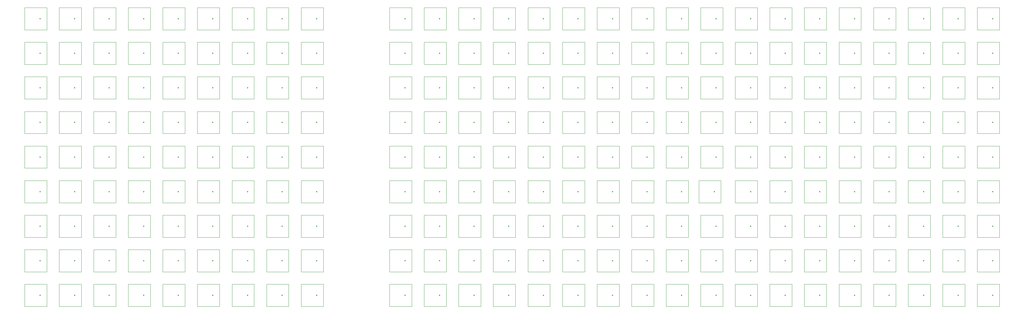
<source format=gbr>
%TF.GenerationSoftware,KiCad,Pcbnew,9.0.3*%
%TF.CreationDate,2025-07-14T16:49:41+02:00*%
%TF.ProjectId,9x9+9x18Module,3978392b-3978-4313-984d-6f64756c652e,rev?*%
%TF.SameCoordinates,Original*%
%TF.FileFunction,Component,L1,Top*%
%TF.FilePolarity,Positive*%
%FSLAX46Y46*%
G04 Gerber Fmt 4.6, Leading zero omitted, Abs format (unit mm)*
G04 Created by KiCad (PCBNEW 9.0.3) date 2025-07-14 16:49:41*
%MOMM*%
%LPD*%
G01*
G04 APERTURE LIST*
%TA.AperFunction,ComponentMain*%
%ADD10C,0.300000*%
%TD*%
%TA.AperFunction,ComponentOutline,Courtyard*%
%ADD11C,0.100000*%
%TD*%
%TA.AperFunction,ComponentPin*%
%ADD12P,0.360000X4X0.000000*%
%TD*%
%TA.AperFunction,ComponentPin*%
%ADD13C,0.100000*%
%TD*%
G04 APERTURE END LIST*
D10*
%TO.C,D190*%
%TO.CFtp,LED_D5.0mm*%
%TO.CVal,LED*%
%TO.CLbN,LED_THT*%
%TO.CMnt,TH*%
%TO.CRot,180*%
X277240000Y-70900000D03*
D11*
X279175000Y-67695000D02*
X279175000Y-74105000D01*
X272755000Y-74105000D01*
X272755000Y-67695000D01*
X279175000Y-67695000D01*
D12*
%TO.P,D190,1,K*%
X277240000Y-70900000D03*
D13*
%TO.P,D190,2,A*%
X274700000Y-70900000D03*
%TD*%
D10*
%TO.C,D181*%
%TO.CFtp,LED_D5.0mm*%
%TO.CVal,LED*%
%TO.CLbN,LED_THT*%
%TO.CMnt,TH*%
%TO.CRot,180*%
X187240000Y-70900000D03*
D11*
X189175000Y-67695000D02*
X189175000Y-74105000D01*
X182755000Y-74105000D01*
X182755000Y-67695000D01*
X189175000Y-67695000D01*
D12*
%TO.P,D181,1,K*%
X187240000Y-70900000D03*
D13*
%TO.P,D181,2,A*%
X184700000Y-70900000D03*
%TD*%
D10*
%TO.C,D3*%
%TO.CFtp,LED_D5.0mm*%
%TO.CVal,LED*%
%TO.CLbN,LED_THT*%
%TO.CMnt,TH*%
%TO.CRot,180*%
X41640000Y-20900000D03*
D11*
X43575000Y-17695000D02*
X43575000Y-24105000D01*
X37155000Y-24105000D01*
X37155000Y-17695000D01*
X43575000Y-17695000D01*
D12*
%TO.P,D3,1,K*%
X41640000Y-20900000D03*
D13*
%TO.P,D3,2,A*%
X39100000Y-20900000D03*
%TD*%
D10*
%TO.C,D209*%
%TO.CFtp,LED_D5.0mm*%
%TO.CVal,LED*%
%TO.CLbN,LED_THT*%
%TO.CMnt,TH*%
%TO.CRot,180*%
X287240000Y-80900000D03*
D11*
X289175000Y-77695000D02*
X289175000Y-84105000D01*
X282755000Y-84105000D01*
X282755000Y-77695000D01*
X289175000Y-77695000D01*
D12*
%TO.P,D209,1,K*%
X287240000Y-80900000D03*
D13*
%TO.P,D209,2,A*%
X284700000Y-80900000D03*
%TD*%
D10*
%TO.C,D94*%
%TO.CFtp,LED_D5.0mm*%
%TO.CVal,LED*%
%TO.CLbN,LED_THT*%
%TO.CMnt,TH*%
%TO.CRot,180*%
X217240000Y-20900000D03*
D11*
X219175000Y-17695000D02*
X219175000Y-24105000D01*
X212755000Y-24105000D01*
X212755000Y-17695000D01*
X219175000Y-17695000D01*
D12*
%TO.P,D94,1,K*%
X217240000Y-20900000D03*
D13*
%TO.P,D94,2,A*%
X214700000Y-20900000D03*
%TD*%
D10*
%TO.C,D73*%
%TO.CFtp,LED_D5.0mm*%
%TO.CVal,LED*%
%TO.CLbN,LED_THT*%
%TO.CMnt,TH*%
%TO.CRot,180*%
X21640000Y-100900000D03*
D11*
X23575000Y-97695000D02*
X23575000Y-104105000D01*
X17155000Y-104105000D01*
X17155000Y-97695000D01*
X23575000Y-97695000D01*
D12*
%TO.P,D73,1,K*%
X21640000Y-100900000D03*
D13*
%TO.P,D73,2,A*%
X19100000Y-100900000D03*
%TD*%
D10*
%TO.C,D14*%
%TO.CFtp,LED_D5.0mm*%
%TO.CVal,LED*%
%TO.CLbN,LED_THT*%
%TO.CMnt,TH*%
%TO.CRot,180*%
X61640000Y-30900000D03*
D11*
X63575000Y-27695000D02*
X63575000Y-34105000D01*
X57155000Y-34105000D01*
X57155000Y-27695000D01*
X63575000Y-27695000D01*
D12*
%TO.P,D14,1,K*%
X61640000Y-30900000D03*
D13*
%TO.P,D14,2,A*%
X59100000Y-30900000D03*
%TD*%
D10*
%TO.C,D72*%
%TO.CFtp,LED_D5.0mm*%
%TO.CVal,LED*%
%TO.CLbN,LED_THT*%
%TO.CMnt,TH*%
%TO.CRot,180*%
X101640000Y-90900000D03*
D11*
X103575000Y-87695000D02*
X103575000Y-94105000D01*
X97155000Y-94105000D01*
X97155000Y-87695000D01*
X103575000Y-87695000D01*
D12*
%TO.P,D72,1,K*%
X101640000Y-90900000D03*
D13*
%TO.P,D72,2,A*%
X99100000Y-90900000D03*
%TD*%
D10*
%TO.C,D54*%
%TO.CFtp,LED_D5.0mm*%
%TO.CVal,LED*%
%TO.CLbN,LED_THT*%
%TO.CMnt,TH*%
%TO.CRot,180*%
X101640000Y-70900000D03*
D11*
X103575000Y-67695000D02*
X103575000Y-74105000D01*
X97155000Y-74105000D01*
X97155000Y-67695000D01*
X103575000Y-67695000D01*
D12*
%TO.P,D54,1,K*%
X101640000Y-70900000D03*
D13*
%TO.P,D54,2,A*%
X99100000Y-70900000D03*
%TD*%
D10*
%TO.C,D53*%
%TO.CFtp,LED_D5.0mm*%
%TO.CVal,LED*%
%TO.CLbN,LED_THT*%
%TO.CMnt,TH*%
%TO.CRot,180*%
X91640000Y-70900000D03*
D11*
X93575000Y-67695000D02*
X93575000Y-74105000D01*
X87155000Y-74105000D01*
X87155000Y-67695000D01*
X93575000Y-67695000D01*
D12*
%TO.P,D53,1,K*%
X91640000Y-70900000D03*
D13*
%TO.P,D53,2,A*%
X89100000Y-70900000D03*
%TD*%
D10*
%TO.C,D42*%
%TO.CFtp,LED_D5.0mm*%
%TO.CVal,LED*%
%TO.CLbN,LED_THT*%
%TO.CMnt,TH*%
%TO.CRot,180*%
X71640000Y-60900000D03*
D11*
X73575000Y-57695000D02*
X73575000Y-64105000D01*
X67155000Y-64105000D01*
X67155000Y-57695000D01*
X73575000Y-57695000D01*
D12*
%TO.P,D42,1,K*%
X71640000Y-60900000D03*
D13*
%TO.P,D42,2,A*%
X69100000Y-60900000D03*
%TD*%
D10*
%TO.C,D172*%
%TO.CFtp,LED_D5.0mm*%
%TO.CVal,LED*%
%TO.CLbN,LED_THT*%
%TO.CMnt,TH*%
%TO.CRot,180*%
X277240000Y-60900000D03*
D11*
X279175000Y-57695000D02*
X279175000Y-64105000D01*
X272755000Y-64105000D01*
X272755000Y-57695000D01*
X279175000Y-57695000D01*
D12*
%TO.P,D172,1,K*%
X277240000Y-60900000D03*
D13*
%TO.P,D172,2,A*%
X274700000Y-60900000D03*
%TD*%
D10*
%TO.C,D74*%
%TO.CFtp,LED_D5.0mm*%
%TO.CVal,LED*%
%TO.CLbN,LED_THT*%
%TO.CMnt,TH*%
%TO.CRot,180*%
X31640000Y-100900000D03*
D11*
X33575000Y-97695000D02*
X33575000Y-104105000D01*
X27155000Y-104105000D01*
X27155000Y-97695000D01*
X33575000Y-97695000D01*
D12*
%TO.P,D74,1,K*%
X31640000Y-100900000D03*
D13*
%TO.P,D74,2,A*%
X29100000Y-100900000D03*
%TD*%
D10*
%TO.C,D200*%
%TO.CFtp,LED_D5.0mm*%
%TO.CVal,LED*%
%TO.CLbN,LED_THT*%
%TO.CMnt,TH*%
%TO.CRot,180*%
X197240000Y-80900000D03*
D11*
X199175000Y-77695000D02*
X199175000Y-84105000D01*
X192755000Y-84105000D01*
X192755000Y-77695000D01*
X199175000Y-77695000D01*
D12*
%TO.P,D200,1,K*%
X197240000Y-80900000D03*
D13*
%TO.P,D200,2,A*%
X194700000Y-80900000D03*
%TD*%
D10*
%TO.C,D78*%
%TO.CFtp,LED_D5.0mm*%
%TO.CVal,LED*%
%TO.CLbN,LED_THT*%
%TO.CMnt,TH*%
%TO.CRot,180*%
X71640000Y-100900000D03*
D11*
X73575000Y-97695000D02*
X73575000Y-104105000D01*
X67155000Y-104105000D01*
X67155000Y-97695000D01*
X73575000Y-97695000D01*
D12*
%TO.P,D78,1,K*%
X71640000Y-100900000D03*
D13*
%TO.P,D78,2,A*%
X69100000Y-100900000D03*
%TD*%
D10*
%TO.C,D212*%
%TO.CFtp,LED_D5.0mm*%
%TO.CVal,LED*%
%TO.CLbN,LED_THT*%
%TO.CMnt,TH*%
%TO.CRot,180*%
X137240000Y-90900000D03*
D11*
X139175000Y-87695000D02*
X139175000Y-94105000D01*
X132755000Y-94105000D01*
X132755000Y-87695000D01*
X139175000Y-87695000D01*
D12*
%TO.P,D212,1,K*%
X137240000Y-90900000D03*
D13*
%TO.P,D212,2,A*%
X134700000Y-90900000D03*
%TD*%
D10*
%TO.C,D23*%
%TO.CFtp,LED_D5.0mm*%
%TO.CVal,LED*%
%TO.CLbN,LED_THT*%
%TO.CMnt,TH*%
%TO.CRot,180*%
X61640000Y-40900000D03*
D11*
X63575000Y-37695000D02*
X63575000Y-44105000D01*
X57155000Y-44105000D01*
X57155000Y-37695000D01*
X63575000Y-37695000D01*
D12*
%TO.P,D23,1,K*%
X61640000Y-40900000D03*
D13*
%TO.P,D23,2,A*%
X59100000Y-40900000D03*
%TD*%
D10*
%TO.C,D213*%
%TO.CFtp,LED_D5.0mm*%
%TO.CVal,LED*%
%TO.CLbN,LED_THT*%
%TO.CMnt,TH*%
%TO.CRot,180*%
X147240000Y-90900000D03*
D11*
X149175000Y-87695000D02*
X149175000Y-94105000D01*
X142755000Y-94105000D01*
X142755000Y-87695000D01*
X149175000Y-87695000D01*
D12*
%TO.P,D213,1,K*%
X147240000Y-90900000D03*
D13*
%TO.P,D213,2,A*%
X144700000Y-90900000D03*
%TD*%
D10*
%TO.C,D81*%
%TO.CFtp,LED_D5.0mm*%
%TO.CVal,LED*%
%TO.CLbN,LED_THT*%
%TO.CMnt,TH*%
%TO.CRot,180*%
X101640000Y-100900000D03*
D11*
X103575000Y-97695000D02*
X103575000Y-104105000D01*
X97155000Y-104105000D01*
X97155000Y-97695000D01*
X103575000Y-97695000D01*
D12*
%TO.P,D81,1,K*%
X101640000Y-100900000D03*
D13*
%TO.P,D81,2,A*%
X99100000Y-100900000D03*
%TD*%
D10*
%TO.C,D179*%
%TO.CFtp,LED_D5.0mm*%
%TO.CVal,LED*%
%TO.CLbN,LED_THT*%
%TO.CMnt,TH*%
%TO.CRot,180*%
X167240000Y-70900000D03*
D11*
X169175000Y-67695000D02*
X169175000Y-74105000D01*
X162755000Y-74105000D01*
X162755000Y-67695000D01*
X169175000Y-67695000D01*
D12*
%TO.P,D179,1,K*%
X167240000Y-70900000D03*
D13*
%TO.P,D179,2,A*%
X164700000Y-70900000D03*
%TD*%
D10*
%TO.C,D226*%
%TO.CFtp,LED_D5.0mm*%
%TO.CVal,LED*%
%TO.CLbN,LED_THT*%
%TO.CMnt,TH*%
%TO.CRot,180*%
X277240000Y-90900000D03*
D11*
X279175000Y-87695000D02*
X279175000Y-94105000D01*
X272755000Y-94105000D01*
X272755000Y-87695000D01*
X279175000Y-87695000D01*
D12*
%TO.P,D226,1,K*%
X277240000Y-90900000D03*
D13*
%TO.P,D226,2,A*%
X274700000Y-90900000D03*
%TD*%
D10*
%TO.C,D87*%
%TO.CFtp,LED_D5.0mm*%
%TO.CVal,LED*%
%TO.CLbN,LED_THT*%
%TO.CMnt,TH*%
%TO.CRot,180*%
X147240000Y-20900000D03*
D11*
X149175000Y-17695000D02*
X149175000Y-24105000D01*
X142755000Y-24105000D01*
X142755000Y-17695000D01*
X149175000Y-17695000D01*
D12*
%TO.P,D87,1,K*%
X147240000Y-20900000D03*
D13*
%TO.P,D87,2,A*%
X144700000Y-20900000D03*
%TD*%
D10*
%TO.C,D27*%
%TO.CFtp,LED_D5.0mm*%
%TO.CVal,LED*%
%TO.CLbN,LED_THT*%
%TO.CMnt,TH*%
%TO.CRot,180*%
X101640000Y-40900000D03*
D11*
X103575000Y-37695000D02*
X103575000Y-44105000D01*
X97155000Y-44105000D01*
X97155000Y-37695000D01*
X103575000Y-37695000D01*
D12*
%TO.P,D27,1,K*%
X101640000Y-40900000D03*
D13*
%TO.P,D27,2,A*%
X99100000Y-40900000D03*
%TD*%
D10*
%TO.C,D126*%
%TO.CFtp,LED_D5.0mm*%
%TO.CVal,LED*%
%TO.CLbN,LED_THT*%
%TO.CMnt,TH*%
%TO.CRot,180*%
X177240000Y-40900000D03*
D11*
X179175000Y-37695000D02*
X179175000Y-44105000D01*
X172755000Y-44105000D01*
X172755000Y-37695000D01*
X179175000Y-37695000D01*
D12*
%TO.P,D126,1,K*%
X177240000Y-40900000D03*
D13*
%TO.P,D126,2,A*%
X174700000Y-40900000D03*
%TD*%
D10*
%TO.C,D97*%
%TO.CFtp,LED_D5.0mm*%
%TO.CVal,LED*%
%TO.CLbN,LED_THT*%
%TO.CMnt,TH*%
%TO.CRot,180*%
X247240000Y-20900000D03*
D11*
X249175000Y-17695000D02*
X249175000Y-24105000D01*
X242755000Y-24105000D01*
X242755000Y-17695000D01*
X249175000Y-17695000D01*
D12*
%TO.P,D97,1,K*%
X247240000Y-20900000D03*
D13*
%TO.P,D97,2,A*%
X244700000Y-20900000D03*
%TD*%
D10*
%TO.C,D168*%
%TO.CFtp,LED_D5.0mm*%
%TO.CVal,LED*%
%TO.CLbN,LED_THT*%
%TO.CMnt,TH*%
%TO.CRot,180*%
X237240000Y-60900000D03*
D11*
X239175000Y-57695000D02*
X239175000Y-64105000D01*
X232755000Y-64105000D01*
X232755000Y-57695000D01*
X239175000Y-57695000D01*
D12*
%TO.P,D168,1,K*%
X237240000Y-60900000D03*
D13*
%TO.P,D168,2,A*%
X234700000Y-60900000D03*
%TD*%
D10*
%TO.C,D6*%
%TO.CFtp,LED_D5.0mm*%
%TO.CVal,LED*%
%TO.CLbN,LED_THT*%
%TO.CMnt,TH*%
%TO.CRot,180*%
X71640000Y-20900000D03*
D11*
X73575000Y-17695000D02*
X73575000Y-24105000D01*
X67155000Y-24105000D01*
X67155000Y-17695000D01*
X73575000Y-17695000D01*
D12*
%TO.P,D6,1,K*%
X71640000Y-20900000D03*
D13*
%TO.P,D6,2,A*%
X69100000Y-20900000D03*
%TD*%
D10*
%TO.C,D37*%
%TO.CFtp,LED_D5.0mm*%
%TO.CVal,LED*%
%TO.CLbN,LED_THT*%
%TO.CMnt,TH*%
%TO.CRot,180*%
X21640000Y-60900000D03*
D11*
X23575000Y-57695000D02*
X23575000Y-64105000D01*
X17155000Y-64105000D01*
X17155000Y-57695000D01*
X23575000Y-57695000D01*
D12*
%TO.P,D37,1,K*%
X21640000Y-60900000D03*
D13*
%TO.P,D37,2,A*%
X19100000Y-60900000D03*
%TD*%
D10*
%TO.C,D167*%
%TO.CFtp,LED_D5.0mm*%
%TO.CVal,LED*%
%TO.CLbN,LED_THT*%
%TO.CMnt,TH*%
%TO.CRot,180*%
X227240000Y-60900000D03*
D11*
X229175000Y-57695000D02*
X229175000Y-64105000D01*
X222755000Y-64105000D01*
X222755000Y-57695000D01*
X229175000Y-57695000D01*
D12*
%TO.P,D167,1,K*%
X227240000Y-60900000D03*
D13*
%TO.P,D167,2,A*%
X224700000Y-60900000D03*
%TD*%
D10*
%TO.C,D147*%
%TO.CFtp,LED_D5.0mm*%
%TO.CVal,LED*%
%TO.CLbN,LED_THT*%
%TO.CMnt,TH*%
%TO.CRot,180*%
X207240000Y-50900000D03*
D11*
X209175000Y-47695000D02*
X209175000Y-54105000D01*
X202755000Y-54105000D01*
X202755000Y-47695000D01*
X209175000Y-47695000D01*
D12*
%TO.P,D147,1,K*%
X207240000Y-50900000D03*
D13*
%TO.P,D147,2,A*%
X204700000Y-50900000D03*
%TD*%
D10*
%TO.C,D28*%
%TO.CFtp,LED_D5.0mm*%
%TO.CVal,LED*%
%TO.CLbN,LED_THT*%
%TO.CMnt,TH*%
%TO.CRot,180*%
X21640000Y-50900000D03*
D11*
X23575000Y-47695000D02*
X23575000Y-54105000D01*
X17155000Y-54105000D01*
X17155000Y-47695000D01*
X23575000Y-47695000D01*
D12*
%TO.P,D28,1,K*%
X21640000Y-50900000D03*
D13*
%TO.P,D28,2,A*%
X19100000Y-50900000D03*
%TD*%
D10*
%TO.C,D121*%
%TO.CFtp,LED_D5.0mm*%
%TO.CVal,LED*%
%TO.CLbN,LED_THT*%
%TO.CMnt,TH*%
%TO.CRot,180*%
X127240000Y-40900000D03*
D11*
X129175000Y-37695000D02*
X129175000Y-44105000D01*
X122755000Y-44105000D01*
X122755000Y-37695000D01*
X129175000Y-37695000D01*
D12*
%TO.P,D121,1,K*%
X127240000Y-40900000D03*
D13*
%TO.P,D121,2,A*%
X124700000Y-40900000D03*
%TD*%
D10*
%TO.C,D118*%
%TO.CFtp,LED_D5.0mm*%
%TO.CVal,LED*%
%TO.CLbN,LED_THT*%
%TO.CMnt,TH*%
%TO.CRot,180*%
X277240000Y-30900000D03*
D11*
X279175000Y-27695000D02*
X279175000Y-34105000D01*
X272755000Y-34105000D01*
X272755000Y-27695000D01*
X279175000Y-27695000D01*
D12*
%TO.P,D118,1,K*%
X277240000Y-30900000D03*
D13*
%TO.P,D118,2,A*%
X274700000Y-30900000D03*
%TD*%
D10*
%TO.C,D111*%
%TO.CFtp,LED_D5.0mm*%
%TO.CVal,LED*%
%TO.CLbN,LED_THT*%
%TO.CMnt,TH*%
%TO.CRot,180*%
X207240000Y-30900000D03*
D11*
X209175000Y-27695000D02*
X209175000Y-34105000D01*
X202755000Y-34105000D01*
X202755000Y-27695000D01*
X209175000Y-27695000D01*
D12*
%TO.P,D111,1,K*%
X207240000Y-30900000D03*
D13*
%TO.P,D111,2,A*%
X204700000Y-30900000D03*
%TD*%
D10*
%TO.C,D214*%
%TO.CFtp,LED_D5.0mm*%
%TO.CVal,LED*%
%TO.CLbN,LED_THT*%
%TO.CMnt,TH*%
%TO.CRot,180*%
X157240000Y-90900000D03*
D11*
X159175000Y-87695000D02*
X159175000Y-94105000D01*
X152755000Y-94105000D01*
X152755000Y-87695000D01*
X159175000Y-87695000D01*
D12*
%TO.P,D214,1,K*%
X157240000Y-90900000D03*
D13*
%TO.P,D214,2,A*%
X154700000Y-90900000D03*
%TD*%
D10*
%TO.C,D67*%
%TO.CFtp,LED_D5.0mm*%
%TO.CVal,LED*%
%TO.CLbN,LED_THT*%
%TO.CMnt,TH*%
%TO.CRot,180*%
X51640000Y-90900000D03*
D11*
X53575000Y-87695000D02*
X53575000Y-94105000D01*
X47155000Y-94105000D01*
X47155000Y-87695000D01*
X53575000Y-87695000D01*
D12*
%TO.P,D67,1,K*%
X51640000Y-90900000D03*
D13*
%TO.P,D67,2,A*%
X49100000Y-90900000D03*
%TD*%
D10*
%TO.C,D95*%
%TO.CFtp,LED_D5.0mm*%
%TO.CVal,LED*%
%TO.CLbN,LED_THT*%
%TO.CMnt,TH*%
%TO.CRot,180*%
X227240000Y-20900000D03*
D11*
X229175000Y-17695000D02*
X229175000Y-24105000D01*
X222755000Y-24105000D01*
X222755000Y-17695000D01*
X229175000Y-17695000D01*
D12*
%TO.P,D95,1,K*%
X227240000Y-20900000D03*
D13*
%TO.P,D95,2,A*%
X224700000Y-20900000D03*
%TD*%
D10*
%TO.C,D123*%
%TO.CFtp,LED_D5.0mm*%
%TO.CVal,LED*%
%TO.CLbN,LED_THT*%
%TO.CMnt,TH*%
%TO.CRot,180*%
X147240000Y-40900000D03*
D11*
X149175000Y-37695000D02*
X149175000Y-44105000D01*
X142755000Y-44105000D01*
X142755000Y-37695000D01*
X149175000Y-37695000D01*
D12*
%TO.P,D123,1,K*%
X147240000Y-40900000D03*
D13*
%TO.P,D123,2,A*%
X144700000Y-40900000D03*
%TD*%
D10*
%TO.C,D24*%
%TO.CFtp,LED_D5.0mm*%
%TO.CVal,LED*%
%TO.CLbN,LED_THT*%
%TO.CMnt,TH*%
%TO.CRot,180*%
X71640000Y-40900000D03*
D11*
X73575000Y-37695000D02*
X73575000Y-44105000D01*
X67155000Y-44105000D01*
X67155000Y-37695000D01*
X73575000Y-37695000D01*
D12*
%TO.P,D24,1,K*%
X71640000Y-40900000D03*
D13*
%TO.P,D24,2,A*%
X69100000Y-40900000D03*
%TD*%
D10*
%TO.C,D224*%
%TO.CFtp,LED_D5.0mm*%
%TO.CVal,LED*%
%TO.CLbN,LED_THT*%
%TO.CMnt,TH*%
%TO.CRot,180*%
X257240000Y-90900000D03*
D11*
X259175000Y-87695000D02*
X259175000Y-94105000D01*
X252755000Y-94105000D01*
X252755000Y-87695000D01*
X259175000Y-87695000D01*
D12*
%TO.P,D224,1,K*%
X257240000Y-90900000D03*
D13*
%TO.P,D224,2,A*%
X254700000Y-90900000D03*
%TD*%
D10*
%TO.C,D50*%
%TO.CFtp,LED_D5.0mm*%
%TO.CVal,LED*%
%TO.CLbN,LED_THT*%
%TO.CMnt,TH*%
%TO.CRot,180*%
X61640000Y-70900000D03*
D11*
X63575000Y-67695000D02*
X63575000Y-74105000D01*
X57155000Y-74105000D01*
X57155000Y-67695000D01*
X63575000Y-67695000D01*
D12*
%TO.P,D50,1,K*%
X61640000Y-70900000D03*
D13*
%TO.P,D50,2,A*%
X59100000Y-70900000D03*
%TD*%
D10*
%TO.C,D210*%
%TO.CFtp,LED_D5.0mm*%
%TO.CVal,LED*%
%TO.CLbN,LED_THT*%
%TO.CMnt,TH*%
%TO.CRot,180*%
X297240000Y-80900000D03*
D11*
X299175000Y-77695000D02*
X299175000Y-84105000D01*
X292755000Y-84105000D01*
X292755000Y-77695000D01*
X299175000Y-77695000D01*
D12*
%TO.P,D210,1,K*%
X297240000Y-80900000D03*
D13*
%TO.P,D210,2,A*%
X294700000Y-80900000D03*
%TD*%
D10*
%TO.C,D13*%
%TO.CFtp,LED_D5.0mm*%
%TO.CVal,LED*%
%TO.CLbN,LED_THT*%
%TO.CMnt,TH*%
%TO.CRot,180*%
X51640000Y-30900000D03*
D11*
X53575000Y-27695000D02*
X53575000Y-34105000D01*
X47155000Y-34105000D01*
X47155000Y-27695000D01*
X53575000Y-27695000D01*
D12*
%TO.P,D13,1,K*%
X51640000Y-30900000D03*
D13*
%TO.P,D13,2,A*%
X49100000Y-30900000D03*
%TD*%
D10*
%TO.C,D222*%
%TO.CFtp,LED_D5.0mm*%
%TO.CVal,LED*%
%TO.CLbN,LED_THT*%
%TO.CMnt,TH*%
%TO.CRot,180*%
X237240000Y-90900000D03*
D11*
X239175000Y-87695000D02*
X239175000Y-94105000D01*
X232755000Y-94105000D01*
X232755000Y-87695000D01*
X239175000Y-87695000D01*
D12*
%TO.P,D222,1,K*%
X237240000Y-90900000D03*
D13*
%TO.P,D222,2,A*%
X234700000Y-90900000D03*
%TD*%
D10*
%TO.C,D154*%
%TO.CFtp,LED_D5.0mm*%
%TO.CVal,LED*%
%TO.CLbN,LED_THT*%
%TO.CMnt,TH*%
%TO.CRot,180*%
X277240000Y-50900000D03*
D11*
X279175000Y-47695000D02*
X279175000Y-54105000D01*
X272755000Y-54105000D01*
X272755000Y-47695000D01*
X279175000Y-47695000D01*
D12*
%TO.P,D154,1,K*%
X277240000Y-50900000D03*
D13*
%TO.P,D154,2,A*%
X274700000Y-50900000D03*
%TD*%
D10*
%TO.C,D156*%
%TO.CFtp,LED_D5.0mm*%
%TO.CVal,LED*%
%TO.CLbN,LED_THT*%
%TO.CMnt,TH*%
%TO.CRot,180*%
X297240000Y-50900000D03*
D11*
X299175000Y-47695000D02*
X299175000Y-54105000D01*
X292755000Y-54105000D01*
X292755000Y-47695000D01*
X299175000Y-47695000D01*
D12*
%TO.P,D156,1,K*%
X297240000Y-50900000D03*
D13*
%TO.P,D156,2,A*%
X294700000Y-50900000D03*
%TD*%
D10*
%TO.C,D96*%
%TO.CFtp,LED_D5.0mm*%
%TO.CVal,LED*%
%TO.CLbN,LED_THT*%
%TO.CMnt,TH*%
%TO.CRot,180*%
X237240000Y-20900000D03*
D11*
X239175000Y-17695000D02*
X239175000Y-24105000D01*
X232755000Y-24105000D01*
X232755000Y-17695000D01*
X239175000Y-17695000D01*
D12*
%TO.P,D96,1,K*%
X237240000Y-20900000D03*
D13*
%TO.P,D96,2,A*%
X234700000Y-20900000D03*
%TD*%
D10*
%TO.C,D164*%
%TO.CFtp,LED_D5.0mm*%
%TO.CVal,LED*%
%TO.CLbN,LED_THT*%
%TO.CMnt,TH*%
%TO.CRot,180*%
X197240000Y-60900000D03*
D11*
X199175000Y-57695000D02*
X199175000Y-64105000D01*
X192755000Y-64105000D01*
X192755000Y-57695000D01*
X199175000Y-57695000D01*
D12*
%TO.P,D164,1,K*%
X197240000Y-60900000D03*
D13*
%TO.P,D164,2,A*%
X194700000Y-60900000D03*
%TD*%
D10*
%TO.C,D158*%
%TO.CFtp,LED_D5.0mm*%
%TO.CVal,LED*%
%TO.CLbN,LED_THT*%
%TO.CMnt,TH*%
%TO.CRot,180*%
X137240000Y-60900000D03*
D11*
X139175000Y-57695000D02*
X139175000Y-64105000D01*
X132755000Y-64105000D01*
X132755000Y-57695000D01*
X139175000Y-57695000D01*
D12*
%TO.P,D158,1,K*%
X137240000Y-60900000D03*
D13*
%TO.P,D158,2,A*%
X134700000Y-60900000D03*
%TD*%
D10*
%TO.C,D66*%
%TO.CFtp,LED_D5.0mm*%
%TO.CVal,LED*%
%TO.CLbN,LED_THT*%
%TO.CMnt,TH*%
%TO.CRot,180*%
X41640000Y-90900000D03*
D11*
X43575000Y-87695000D02*
X43575000Y-94105000D01*
X37155000Y-94105000D01*
X37155000Y-87695000D01*
X43575000Y-87695000D01*
D12*
%TO.P,D66,1,K*%
X41640000Y-90900000D03*
D13*
%TO.P,D66,2,A*%
X39100000Y-90900000D03*
%TD*%
D10*
%TO.C,D17*%
%TO.CFtp,LED_D5.0mm*%
%TO.CVal,LED*%
%TO.CLbN,LED_THT*%
%TO.CMnt,TH*%
%TO.CRot,180*%
X91640000Y-30900000D03*
D11*
X93575000Y-27695000D02*
X93575000Y-34105000D01*
X87155000Y-34105000D01*
X87155000Y-27695000D01*
X93575000Y-27695000D01*
D12*
%TO.P,D17,1,K*%
X91640000Y-30900000D03*
D13*
%TO.P,D17,2,A*%
X89100000Y-30900000D03*
%TD*%
D10*
%TO.C,D26*%
%TO.CFtp,LED_D5.0mm*%
%TO.CVal,LED*%
%TO.CLbN,LED_THT*%
%TO.CMnt,TH*%
%TO.CRot,180*%
X91640000Y-40900000D03*
D11*
X93575000Y-37695000D02*
X93575000Y-44105000D01*
X87155000Y-44105000D01*
X87155000Y-37695000D01*
X93575000Y-37695000D01*
D12*
%TO.P,D26,1,K*%
X91640000Y-40900000D03*
D13*
%TO.P,D26,2,A*%
X89100000Y-40900000D03*
%TD*%
D10*
%TO.C,D141*%
%TO.CFtp,LED_D5.0mm*%
%TO.CVal,LED*%
%TO.CLbN,LED_THT*%
%TO.CMnt,TH*%
%TO.CRot,180*%
X147240000Y-50900000D03*
D11*
X149175000Y-47695000D02*
X149175000Y-54105000D01*
X142755000Y-54105000D01*
X142755000Y-47695000D01*
X149175000Y-47695000D01*
D12*
%TO.P,D141,1,K*%
X147240000Y-50900000D03*
D13*
%TO.P,D141,2,A*%
X144700000Y-50900000D03*
%TD*%
D10*
%TO.C,D208*%
%TO.CFtp,LED_D5.0mm*%
%TO.CVal,LED*%
%TO.CLbN,LED_THT*%
%TO.CMnt,TH*%
%TO.CRot,180*%
X277240000Y-80900000D03*
D11*
X279175000Y-77695000D02*
X279175000Y-84105000D01*
X272755000Y-84105000D01*
X272755000Y-77695000D01*
X279175000Y-77695000D01*
D12*
%TO.P,D208,1,K*%
X277240000Y-80900000D03*
D13*
%TO.P,D208,2,A*%
X274700000Y-80900000D03*
%TD*%
D10*
%TO.C,D106*%
%TO.CFtp,LED_D5.0mm*%
%TO.CVal,LED*%
%TO.CLbN,LED_THT*%
%TO.CMnt,TH*%
%TO.CRot,180*%
X157240000Y-30900000D03*
D11*
X159175000Y-27695000D02*
X159175000Y-34105000D01*
X152755000Y-34105000D01*
X152755000Y-27695000D01*
X159175000Y-27695000D01*
D12*
%TO.P,D106,1,K*%
X157240000Y-30900000D03*
D13*
%TO.P,D106,2,A*%
X154700000Y-30900000D03*
%TD*%
D10*
%TO.C,D41*%
%TO.CFtp,LED_D5.0mm*%
%TO.CVal,LED*%
%TO.CLbN,LED_THT*%
%TO.CMnt,TH*%
%TO.CRot,180*%
X61640000Y-60900000D03*
D11*
X63575000Y-57695000D02*
X63575000Y-64105000D01*
X57155000Y-64105000D01*
X57155000Y-57695000D01*
X63575000Y-57695000D01*
D12*
%TO.P,D41,1,K*%
X61640000Y-60900000D03*
D13*
%TO.P,D41,2,A*%
X59100000Y-60900000D03*
%TD*%
D10*
%TO.C,D204*%
%TO.CFtp,LED_D5.0mm*%
%TO.CVal,LED*%
%TO.CLbN,LED_THT*%
%TO.CMnt,TH*%
%TO.CRot,180*%
X237240000Y-80900000D03*
D11*
X239175000Y-77695000D02*
X239175000Y-84105000D01*
X232755000Y-84105000D01*
X232755000Y-77695000D01*
X239175000Y-77695000D01*
D12*
%TO.P,D204,1,K*%
X237240000Y-80900000D03*
D13*
%TO.P,D204,2,A*%
X234700000Y-80900000D03*
%TD*%
D10*
%TO.C,D9*%
%TO.CFtp,LED_D5.0mm*%
%TO.CVal,LED*%
%TO.CLbN,LED_THT*%
%TO.CMnt,TH*%
%TO.CRot,180*%
X101640000Y-20900000D03*
D11*
X103575000Y-17695000D02*
X103575000Y-24105000D01*
X97155000Y-24105000D01*
X97155000Y-17695000D01*
X103575000Y-17695000D01*
D12*
%TO.P,D9,1,K*%
X101640000Y-20900000D03*
D13*
%TO.P,D9,2,A*%
X99100000Y-20900000D03*
%TD*%
D10*
%TO.C,D58*%
%TO.CFtp,LED_D5.0mm*%
%TO.CVal,LED*%
%TO.CLbN,LED_THT*%
%TO.CMnt,TH*%
%TO.CRot,180*%
X51640000Y-80900000D03*
D11*
X53575000Y-77695000D02*
X53575000Y-84105000D01*
X47155000Y-84105000D01*
X47155000Y-77695000D01*
X53575000Y-77695000D01*
D12*
%TO.P,D58,1,K*%
X51640000Y-80900000D03*
D13*
%TO.P,D58,2,A*%
X49100000Y-80900000D03*
%TD*%
D10*
%TO.C,D235*%
%TO.CFtp,LED_D5.0mm*%
%TO.CVal,LED*%
%TO.CLbN,LED_THT*%
%TO.CMnt,TH*%
%TO.CRot,180*%
X187240000Y-100900000D03*
D11*
X189175000Y-97695000D02*
X189175000Y-104105000D01*
X182755000Y-104105000D01*
X182755000Y-97695000D01*
X189175000Y-97695000D01*
D12*
%TO.P,D235,1,K*%
X187240000Y-100900000D03*
D13*
%TO.P,D235,2,A*%
X184700000Y-100900000D03*
%TD*%
D10*
%TO.C,D140*%
%TO.CFtp,LED_D5.0mm*%
%TO.CVal,LED*%
%TO.CLbN,LED_THT*%
%TO.CMnt,TH*%
%TO.CRot,180*%
X137240000Y-50900000D03*
D11*
X139175000Y-47695000D02*
X139175000Y-54105000D01*
X132755000Y-54105000D01*
X132755000Y-47695000D01*
X139175000Y-47695000D01*
D12*
%TO.P,D140,1,K*%
X137240000Y-50900000D03*
D13*
%TO.P,D140,2,A*%
X134700000Y-50900000D03*
%TD*%
D10*
%TO.C,D101*%
%TO.CFtp,LED_D5.0mm*%
%TO.CVal,LED*%
%TO.CLbN,LED_THT*%
%TO.CMnt,TH*%
%TO.CRot,180*%
X287240000Y-20900000D03*
D11*
X289175000Y-17695000D02*
X289175000Y-24105000D01*
X282755000Y-24105000D01*
X282755000Y-17695000D01*
X289175000Y-17695000D01*
D12*
%TO.P,D101,1,K*%
X287240000Y-20900000D03*
D13*
%TO.P,D101,2,A*%
X284700000Y-20900000D03*
%TD*%
D10*
%TO.C,D184*%
%TO.CFtp,LED_D5.0mm*%
%TO.CVal,LED*%
%TO.CLbN,LED_THT*%
%TO.CMnt,TH*%
%TO.CRot,180*%
X216690000Y-70900000D03*
D11*
X218625000Y-67695000D02*
X218625000Y-74105000D01*
X212205000Y-74105000D01*
X212205000Y-67695000D01*
X218625000Y-67695000D01*
D12*
%TO.P,D184,1,K*%
X216690000Y-70900000D03*
D13*
%TO.P,D184,2,A*%
X214150000Y-70900000D03*
%TD*%
D10*
%TO.C,D71*%
%TO.CFtp,LED_D5.0mm*%
%TO.CVal,LED*%
%TO.CLbN,LED_THT*%
%TO.CMnt,TH*%
%TO.CRot,180*%
X91640000Y-90900000D03*
D11*
X93575000Y-87695000D02*
X93575000Y-94105000D01*
X87155000Y-94105000D01*
X87155000Y-87695000D01*
X93575000Y-87695000D01*
D12*
%TO.P,D71,1,K*%
X91640000Y-90900000D03*
D13*
%TO.P,D71,2,A*%
X89100000Y-90900000D03*
%TD*%
D10*
%TO.C,D56*%
%TO.CFtp,LED_D5.0mm*%
%TO.CVal,LED*%
%TO.CLbN,LED_THT*%
%TO.CMnt,TH*%
%TO.CRot,180*%
X31640000Y-80900000D03*
D11*
X33575000Y-77695000D02*
X33575000Y-84105000D01*
X27155000Y-84105000D01*
X27155000Y-77695000D01*
X33575000Y-77695000D01*
D12*
%TO.P,D56,1,K*%
X31640000Y-80900000D03*
D13*
%TO.P,D56,2,A*%
X29100000Y-80900000D03*
%TD*%
D10*
%TO.C,D76*%
%TO.CFtp,LED_D5.0mm*%
%TO.CVal,LED*%
%TO.CLbN,LED_THT*%
%TO.CMnt,TH*%
%TO.CRot,180*%
X51640000Y-100900000D03*
D11*
X53575000Y-97695000D02*
X53575000Y-104105000D01*
X47155000Y-104105000D01*
X47155000Y-97695000D01*
X53575000Y-97695000D01*
D12*
%TO.P,D76,1,K*%
X51640000Y-100900000D03*
D13*
%TO.P,D76,2,A*%
X49100000Y-100900000D03*
%TD*%
D10*
%TO.C,D162*%
%TO.CFtp,LED_D5.0mm*%
%TO.CVal,LED*%
%TO.CLbN,LED_THT*%
%TO.CMnt,TH*%
%TO.CRot,180*%
X177240000Y-60900000D03*
D11*
X179175000Y-57695000D02*
X179175000Y-64105000D01*
X172755000Y-64105000D01*
X172755000Y-57695000D01*
X179175000Y-57695000D01*
D12*
%TO.P,D162,1,K*%
X177240000Y-60900000D03*
D13*
%TO.P,D162,2,A*%
X174700000Y-60900000D03*
%TD*%
D10*
%TO.C,D132*%
%TO.CFtp,LED_D5.0mm*%
%TO.CVal,LED*%
%TO.CLbN,LED_THT*%
%TO.CMnt,TH*%
%TO.CRot,180*%
X237240000Y-40900000D03*
D11*
X239175000Y-37695000D02*
X239175000Y-44105000D01*
X232755000Y-44105000D01*
X232755000Y-37695000D01*
X239175000Y-37695000D01*
D12*
%TO.P,D132,1,K*%
X237240000Y-40900000D03*
D13*
%TO.P,D132,2,A*%
X234700000Y-40900000D03*
%TD*%
D10*
%TO.C,D220*%
%TO.CFtp,LED_D5.0mm*%
%TO.CVal,LED*%
%TO.CLbN,LED_THT*%
%TO.CMnt,TH*%
%TO.CRot,180*%
X217240000Y-90900000D03*
D11*
X219175000Y-87695000D02*
X219175000Y-94105000D01*
X212755000Y-94105000D01*
X212755000Y-87695000D01*
X219175000Y-87695000D01*
D12*
%TO.P,D220,1,K*%
X217240000Y-90900000D03*
D13*
%TO.P,D220,2,A*%
X214700000Y-90900000D03*
%TD*%
D10*
%TO.C,D99*%
%TO.CFtp,LED_D5.0mm*%
%TO.CVal,LED*%
%TO.CLbN,LED_THT*%
%TO.CMnt,TH*%
%TO.CRot,180*%
X267240000Y-20900000D03*
D11*
X269175000Y-17695000D02*
X269175000Y-24105000D01*
X262755000Y-24105000D01*
X262755000Y-17695000D01*
X269175000Y-17695000D01*
D12*
%TO.P,D99,1,K*%
X267240000Y-20900000D03*
D13*
%TO.P,D99,2,A*%
X264700000Y-20900000D03*
%TD*%
D10*
%TO.C,D229*%
%TO.CFtp,LED_D5.0mm*%
%TO.CVal,LED*%
%TO.CLbN,LED_THT*%
%TO.CMnt,TH*%
%TO.CRot,180*%
X127240000Y-100900000D03*
D11*
X129175000Y-97695000D02*
X129175000Y-104105000D01*
X122755000Y-104105000D01*
X122755000Y-97695000D01*
X129175000Y-97695000D01*
D12*
%TO.P,D229,1,K*%
X127240000Y-100900000D03*
D13*
%TO.P,D229,2,A*%
X124700000Y-100900000D03*
%TD*%
D10*
%TO.C,D104*%
%TO.CFtp,LED_D5.0mm*%
%TO.CVal,LED*%
%TO.CLbN,LED_THT*%
%TO.CMnt,TH*%
%TO.CRot,180*%
X137240000Y-30900000D03*
D11*
X139175000Y-27695000D02*
X139175000Y-34105000D01*
X132755000Y-34105000D01*
X132755000Y-27695000D01*
X139175000Y-27695000D01*
D12*
%TO.P,D104,1,K*%
X137240000Y-30900000D03*
D13*
%TO.P,D104,2,A*%
X134700000Y-30900000D03*
%TD*%
D10*
%TO.C,D89*%
%TO.CFtp,LED_D5.0mm*%
%TO.CVal,LED*%
%TO.CLbN,LED_THT*%
%TO.CMnt,TH*%
%TO.CRot,180*%
X167240000Y-20900000D03*
D11*
X169175000Y-17695000D02*
X169175000Y-24105000D01*
X162755000Y-24105000D01*
X162755000Y-17695000D01*
X169175000Y-17695000D01*
D12*
%TO.P,D89,1,K*%
X167240000Y-20900000D03*
D13*
%TO.P,D89,2,A*%
X164700000Y-20900000D03*
%TD*%
D10*
%TO.C,D185*%
%TO.CFtp,LED_D5.0mm*%
%TO.CVal,LED*%
%TO.CLbN,LED_THT*%
%TO.CMnt,TH*%
%TO.CRot,180*%
X227240000Y-70900000D03*
D11*
X229175000Y-67695000D02*
X229175000Y-74105000D01*
X222755000Y-74105000D01*
X222755000Y-67695000D01*
X229175000Y-67695000D01*
D12*
%TO.P,D185,1,K*%
X227240000Y-70900000D03*
D13*
%TO.P,D185,2,A*%
X224700000Y-70900000D03*
%TD*%
D10*
%TO.C,D163*%
%TO.CFtp,LED_D5.0mm*%
%TO.CVal,LED*%
%TO.CLbN,LED_THT*%
%TO.CMnt,TH*%
%TO.CRot,180*%
X187240000Y-60900000D03*
D11*
X189175000Y-57695000D02*
X189175000Y-64105000D01*
X182755000Y-64105000D01*
X182755000Y-57695000D01*
X189175000Y-57695000D01*
D12*
%TO.P,D163,1,K*%
X187240000Y-60900000D03*
D13*
%TO.P,D163,2,A*%
X184700000Y-60900000D03*
%TD*%
D10*
%TO.C,D233*%
%TO.CFtp,LED_D5.0mm*%
%TO.CVal,LED*%
%TO.CLbN,LED_THT*%
%TO.CMnt,TH*%
%TO.CRot,180*%
X167240000Y-100900000D03*
D11*
X169175000Y-97695000D02*
X169175000Y-104105000D01*
X162755000Y-104105000D01*
X162755000Y-97695000D01*
X169175000Y-97695000D01*
D12*
%TO.P,D233,1,K*%
X167240000Y-100900000D03*
D13*
%TO.P,D233,2,A*%
X164700000Y-100900000D03*
%TD*%
D10*
%TO.C,D174*%
%TO.CFtp,LED_D5.0mm*%
%TO.CVal,LED*%
%TO.CLbN,LED_THT*%
%TO.CMnt,TH*%
%TO.CRot,180*%
X297240000Y-60900000D03*
D11*
X299175000Y-57695000D02*
X299175000Y-64105000D01*
X292755000Y-64105000D01*
X292755000Y-57695000D01*
X299175000Y-57695000D01*
D12*
%TO.P,D174,1,K*%
X297240000Y-60900000D03*
D13*
%TO.P,D174,2,A*%
X294700000Y-60900000D03*
%TD*%
D10*
%TO.C,D145*%
%TO.CFtp,LED_D5.0mm*%
%TO.CVal,LED*%
%TO.CLbN,LED_THT*%
%TO.CMnt,TH*%
%TO.CRot,180*%
X187240000Y-50900000D03*
D11*
X189175000Y-47695000D02*
X189175000Y-54105000D01*
X182755000Y-54105000D01*
X182755000Y-47695000D01*
X189175000Y-47695000D01*
D12*
%TO.P,D145,1,K*%
X187240000Y-50900000D03*
D13*
%TO.P,D145,2,A*%
X184700000Y-50900000D03*
%TD*%
D10*
%TO.C,D133*%
%TO.CFtp,LED_D5.0mm*%
%TO.CVal,LED*%
%TO.CLbN,LED_THT*%
%TO.CMnt,TH*%
%TO.CRot,180*%
X247240000Y-40900000D03*
D11*
X249175000Y-37695000D02*
X249175000Y-44105000D01*
X242755000Y-44105000D01*
X242755000Y-37695000D01*
X249175000Y-37695000D01*
D12*
%TO.P,D133,1,K*%
X247240000Y-40900000D03*
D13*
%TO.P,D133,2,A*%
X244700000Y-40900000D03*
%TD*%
D10*
%TO.C,D225*%
%TO.CFtp,LED_D5.0mm*%
%TO.CVal,LED*%
%TO.CLbN,LED_THT*%
%TO.CMnt,TH*%
%TO.CRot,180*%
X267240000Y-90900000D03*
D11*
X269175000Y-87695000D02*
X269175000Y-94105000D01*
X262755000Y-94105000D01*
X262755000Y-87695000D01*
X269175000Y-87695000D01*
D12*
%TO.P,D225,1,K*%
X267240000Y-90900000D03*
D13*
%TO.P,D225,2,A*%
X264700000Y-90900000D03*
%TD*%
D10*
%TO.C,D236*%
%TO.CFtp,LED_D5.0mm*%
%TO.CVal,LED*%
%TO.CLbN,LED_THT*%
%TO.CMnt,TH*%
%TO.CRot,180*%
X197240000Y-100900000D03*
D11*
X199175000Y-97695000D02*
X199175000Y-104105000D01*
X192755000Y-104105000D01*
X192755000Y-97695000D01*
X199175000Y-97695000D01*
D12*
%TO.P,D236,1,K*%
X197240000Y-100900000D03*
D13*
%TO.P,D236,2,A*%
X194700000Y-100900000D03*
%TD*%
D10*
%TO.C,D102*%
%TO.CFtp,LED_D5.0mm*%
%TO.CVal,LED*%
%TO.CLbN,LED_THT*%
%TO.CMnt,TH*%
%TO.CRot,180*%
X297240000Y-20900000D03*
D11*
X299175000Y-17695000D02*
X299175000Y-24105000D01*
X292755000Y-24105000D01*
X292755000Y-17695000D01*
X299175000Y-17695000D01*
D12*
%TO.P,D102,1,K*%
X297240000Y-20900000D03*
D13*
%TO.P,D102,2,A*%
X294700000Y-20900000D03*
%TD*%
D10*
%TO.C,D143*%
%TO.CFtp,LED_D5.0mm*%
%TO.CVal,LED*%
%TO.CLbN,LED_THT*%
%TO.CMnt,TH*%
%TO.CRot,180*%
X167240000Y-50900000D03*
D11*
X169175000Y-47695000D02*
X169175000Y-54105000D01*
X162755000Y-54105000D01*
X162755000Y-47695000D01*
X169175000Y-47695000D01*
D12*
%TO.P,D143,1,K*%
X167240000Y-50900000D03*
D13*
%TO.P,D143,2,A*%
X164700000Y-50900000D03*
%TD*%
D10*
%TO.C,D45*%
%TO.CFtp,LED_D5.0mm*%
%TO.CVal,LED*%
%TO.CLbN,LED_THT*%
%TO.CMnt,TH*%
%TO.CRot,180*%
X101640000Y-60900000D03*
D11*
X103575000Y-57695000D02*
X103575000Y-64105000D01*
X97155000Y-64105000D01*
X97155000Y-57695000D01*
X103575000Y-57695000D01*
D12*
%TO.P,D45,1,K*%
X101640000Y-60900000D03*
D13*
%TO.P,D45,2,A*%
X99100000Y-60900000D03*
%TD*%
D10*
%TO.C,D107*%
%TO.CFtp,LED_D5.0mm*%
%TO.CVal,LED*%
%TO.CLbN,LED_THT*%
%TO.CMnt,TH*%
%TO.CRot,180*%
X167240000Y-30900000D03*
D11*
X169175000Y-27695000D02*
X169175000Y-34105000D01*
X162755000Y-34105000D01*
X162755000Y-27695000D01*
X169175000Y-27695000D01*
D12*
%TO.P,D107,1,K*%
X167240000Y-30900000D03*
D13*
%TO.P,D107,2,A*%
X164700000Y-30900000D03*
%TD*%
D10*
%TO.C,D231*%
%TO.CFtp,LED_D5.0mm*%
%TO.CVal,LED*%
%TO.CLbN,LED_THT*%
%TO.CMnt,TH*%
%TO.CRot,180*%
X147240000Y-100900000D03*
D11*
X149175000Y-97695000D02*
X149175000Y-104105000D01*
X142755000Y-104105000D01*
X142755000Y-97695000D01*
X149175000Y-97695000D01*
D12*
%TO.P,D231,1,K*%
X147240000Y-100900000D03*
D13*
%TO.P,D231,2,A*%
X144700000Y-100900000D03*
%TD*%
D10*
%TO.C,D195*%
%TO.CFtp,LED_D5.0mm*%
%TO.CVal,LED*%
%TO.CLbN,LED_THT*%
%TO.CMnt,TH*%
%TO.CRot,180*%
X147240000Y-80900000D03*
D11*
X149175000Y-77695000D02*
X149175000Y-84105000D01*
X142755000Y-84105000D01*
X142755000Y-77695000D01*
X149175000Y-77695000D01*
D12*
%TO.P,D195,1,K*%
X147240000Y-80900000D03*
D13*
%TO.P,D195,2,A*%
X144700000Y-80900000D03*
%TD*%
D10*
%TO.C,D18*%
%TO.CFtp,LED_D5.0mm*%
%TO.CVal,LED*%
%TO.CLbN,LED_THT*%
%TO.CMnt,TH*%
%TO.CRot,180*%
X101640000Y-30900000D03*
D11*
X103575000Y-27695000D02*
X103575000Y-34105000D01*
X97155000Y-34105000D01*
X97155000Y-27695000D01*
X103575000Y-27695000D01*
D12*
%TO.P,D18,1,K*%
X101640000Y-30900000D03*
D13*
%TO.P,D18,2,A*%
X99100000Y-30900000D03*
%TD*%
D10*
%TO.C,D199*%
%TO.CFtp,LED_D5.0mm*%
%TO.CVal,LED*%
%TO.CLbN,LED_THT*%
%TO.CMnt,TH*%
%TO.CRot,180*%
X187240000Y-80900000D03*
D11*
X189175000Y-77695000D02*
X189175000Y-84105000D01*
X182755000Y-84105000D01*
X182755000Y-77695000D01*
X189175000Y-77695000D01*
D12*
%TO.P,D199,1,K*%
X187240000Y-80900000D03*
D13*
%TO.P,D199,2,A*%
X184700000Y-80900000D03*
%TD*%
D10*
%TO.C,D4*%
%TO.CFtp,LED_D5.0mm*%
%TO.CVal,LED*%
%TO.CLbN,LED_THT*%
%TO.CMnt,TH*%
%TO.CRot,180*%
X51640000Y-20900000D03*
D11*
X53575000Y-17695000D02*
X53575000Y-24105000D01*
X47155000Y-24105000D01*
X47155000Y-17695000D01*
X53575000Y-17695000D01*
D12*
%TO.P,D4,1,K*%
X51640000Y-20900000D03*
D13*
%TO.P,D4,2,A*%
X49100000Y-20900000D03*
%TD*%
D10*
%TO.C,D228*%
%TO.CFtp,LED_D5.0mm*%
%TO.CVal,LED*%
%TO.CLbN,LED_THT*%
%TO.CMnt,TH*%
%TO.CRot,180*%
X297240000Y-90900000D03*
D11*
X299175000Y-87695000D02*
X299175000Y-94105000D01*
X292755000Y-94105000D01*
X292755000Y-87695000D01*
X299175000Y-87695000D01*
D12*
%TO.P,D228,1,K*%
X297240000Y-90900000D03*
D13*
%TO.P,D228,2,A*%
X294700000Y-90900000D03*
%TD*%
D10*
%TO.C,D20*%
%TO.CFtp,LED_D5.0mm*%
%TO.CVal,LED*%
%TO.CLbN,LED_THT*%
%TO.CMnt,TH*%
%TO.CRot,180*%
X31640000Y-40900000D03*
D11*
X33575000Y-37695000D02*
X33575000Y-44105000D01*
X27155000Y-44105000D01*
X27155000Y-37695000D01*
X33575000Y-37695000D01*
D12*
%TO.P,D20,1,K*%
X31640000Y-40900000D03*
D13*
%TO.P,D20,2,A*%
X29100000Y-40900000D03*
%TD*%
D10*
%TO.C,D61*%
%TO.CFtp,LED_D5.0mm*%
%TO.CVal,LED*%
%TO.CLbN,LED_THT*%
%TO.CMnt,TH*%
%TO.CRot,180*%
X81640000Y-80900000D03*
D11*
X83575000Y-77695000D02*
X83575000Y-84105000D01*
X77155000Y-84105000D01*
X77155000Y-77695000D01*
X83575000Y-77695000D01*
D12*
%TO.P,D61,1,K*%
X81640000Y-80900000D03*
D13*
%TO.P,D61,2,A*%
X79100000Y-80900000D03*
%TD*%
D10*
%TO.C,D32*%
%TO.CFtp,LED_D5.0mm*%
%TO.CVal,LED*%
%TO.CLbN,LED_THT*%
%TO.CMnt,TH*%
%TO.CRot,180*%
X61640000Y-50900000D03*
D11*
X63575000Y-47695000D02*
X63575000Y-54105000D01*
X57155000Y-54105000D01*
X57155000Y-47695000D01*
X63575000Y-47695000D01*
D12*
%TO.P,D32,1,K*%
X61640000Y-50900000D03*
D13*
%TO.P,D32,2,A*%
X59100000Y-50900000D03*
%TD*%
D10*
%TO.C,D218*%
%TO.CFtp,LED_D5.0mm*%
%TO.CVal,LED*%
%TO.CLbN,LED_THT*%
%TO.CMnt,TH*%
%TO.CRot,180*%
X197240000Y-90900000D03*
D11*
X199175000Y-87695000D02*
X199175000Y-94105000D01*
X192755000Y-94105000D01*
X192755000Y-87695000D01*
X199175000Y-87695000D01*
D12*
%TO.P,D218,1,K*%
X197240000Y-90900000D03*
D13*
%TO.P,D218,2,A*%
X194700000Y-90900000D03*
%TD*%
D10*
%TO.C,D242*%
%TO.CFtp,LED_D5.0mm*%
%TO.CVal,LED*%
%TO.CLbN,LED_THT*%
%TO.CMnt,TH*%
%TO.CRot,180*%
X257240000Y-100900000D03*
D11*
X259175000Y-97695000D02*
X259175000Y-104105000D01*
X252755000Y-104105000D01*
X252755000Y-97695000D01*
X259175000Y-97695000D01*
D12*
%TO.P,D242,1,K*%
X257240000Y-100900000D03*
D13*
%TO.P,D242,2,A*%
X254700000Y-100900000D03*
%TD*%
D10*
%TO.C,D108*%
%TO.CFtp,LED_D5.0mm*%
%TO.CVal,LED*%
%TO.CLbN,LED_THT*%
%TO.CMnt,TH*%
%TO.CRot,180*%
X177240000Y-30900000D03*
D11*
X179175000Y-27695000D02*
X179175000Y-34105000D01*
X172755000Y-34105000D01*
X172755000Y-27695000D01*
X179175000Y-27695000D01*
D12*
%TO.P,D108,1,K*%
X177240000Y-30900000D03*
D13*
%TO.P,D108,2,A*%
X174700000Y-30900000D03*
%TD*%
D10*
%TO.C,D43*%
%TO.CFtp,LED_D5.0mm*%
%TO.CVal,LED*%
%TO.CLbN,LED_THT*%
%TO.CMnt,TH*%
%TO.CRot,180*%
X81640000Y-60900000D03*
D11*
X83575000Y-57695000D02*
X83575000Y-64105000D01*
X77155000Y-64105000D01*
X77155000Y-57695000D01*
X83575000Y-57695000D01*
D12*
%TO.P,D43,1,K*%
X81640000Y-60900000D03*
D13*
%TO.P,D43,2,A*%
X79100000Y-60900000D03*
%TD*%
D10*
%TO.C,D189*%
%TO.CFtp,LED_D5.0mm*%
%TO.CVal,LED*%
%TO.CLbN,LED_THT*%
%TO.CMnt,TH*%
%TO.CRot,180*%
X267240000Y-70900000D03*
D11*
X269175000Y-67695000D02*
X269175000Y-74105000D01*
X262755000Y-74105000D01*
X262755000Y-67695000D01*
X269175000Y-67695000D01*
D12*
%TO.P,D189,1,K*%
X267240000Y-70900000D03*
D13*
%TO.P,D189,2,A*%
X264700000Y-70900000D03*
%TD*%
D10*
%TO.C,D201*%
%TO.CFtp,LED_D5.0mm*%
%TO.CVal,LED*%
%TO.CLbN,LED_THT*%
%TO.CMnt,TH*%
%TO.CRot,180*%
X207240000Y-80900000D03*
D11*
X209175000Y-77695000D02*
X209175000Y-84105000D01*
X202755000Y-84105000D01*
X202755000Y-77695000D01*
X209175000Y-77695000D01*
D12*
%TO.P,D201,1,K*%
X207240000Y-80900000D03*
D13*
%TO.P,D201,2,A*%
X204700000Y-80900000D03*
%TD*%
D10*
%TO.C,D176*%
%TO.CFtp,LED_D5.0mm*%
%TO.CVal,LED*%
%TO.CLbN,LED_THT*%
%TO.CMnt,TH*%
%TO.CRot,180*%
X137240000Y-70900000D03*
D11*
X139175000Y-67695000D02*
X139175000Y-74105000D01*
X132755000Y-74105000D01*
X132755000Y-67695000D01*
X139175000Y-67695000D01*
D12*
%TO.P,D176,1,K*%
X137240000Y-70900000D03*
D13*
%TO.P,D176,2,A*%
X134700000Y-70900000D03*
%TD*%
D10*
%TO.C,D130*%
%TO.CFtp,LED_D5.0mm*%
%TO.CVal,LED*%
%TO.CLbN,LED_THT*%
%TO.CMnt,TH*%
%TO.CRot,180*%
X217240000Y-40900000D03*
D11*
X219175000Y-37695000D02*
X219175000Y-44105000D01*
X212755000Y-44105000D01*
X212755000Y-37695000D01*
X219175000Y-37695000D01*
D12*
%TO.P,D130,1,K*%
X217240000Y-40900000D03*
D13*
%TO.P,D130,2,A*%
X214700000Y-40900000D03*
%TD*%
D10*
%TO.C,D211*%
%TO.CFtp,LED_D5.0mm*%
%TO.CVal,LED*%
%TO.CLbN,LED_THT*%
%TO.CMnt,TH*%
%TO.CRot,180*%
X127240000Y-90900000D03*
D11*
X129175000Y-87695000D02*
X129175000Y-94105000D01*
X122755000Y-94105000D01*
X122755000Y-87695000D01*
X129175000Y-87695000D01*
D12*
%TO.P,D211,1,K*%
X127240000Y-90900000D03*
D13*
%TO.P,D211,2,A*%
X124700000Y-90900000D03*
%TD*%
D10*
%TO.C,D205*%
%TO.CFtp,LED_D5.0mm*%
%TO.CVal,LED*%
%TO.CLbN,LED_THT*%
%TO.CMnt,TH*%
%TO.CRot,180*%
X247240000Y-80900000D03*
D11*
X249175000Y-77695000D02*
X249175000Y-84105000D01*
X242755000Y-84105000D01*
X242755000Y-77695000D01*
X249175000Y-77695000D01*
D12*
%TO.P,D205,1,K*%
X247240000Y-80900000D03*
D13*
%TO.P,D205,2,A*%
X244700000Y-80900000D03*
%TD*%
D10*
%TO.C,D112*%
%TO.CFtp,LED_D5.0mm*%
%TO.CVal,LED*%
%TO.CLbN,LED_THT*%
%TO.CMnt,TH*%
%TO.CRot,180*%
X217240000Y-30900000D03*
D11*
X219175000Y-27695000D02*
X219175000Y-34105000D01*
X212755000Y-34105000D01*
X212755000Y-27695000D01*
X219175000Y-27695000D01*
D12*
%TO.P,D112,1,K*%
X217240000Y-30900000D03*
D13*
%TO.P,D112,2,A*%
X214700000Y-30900000D03*
%TD*%
D10*
%TO.C,D138*%
%TO.CFtp,LED_D5.0mm*%
%TO.CVal,LED*%
%TO.CLbN,LED_THT*%
%TO.CMnt,TH*%
%TO.CRot,180*%
X297240000Y-40900000D03*
D11*
X299175000Y-37695000D02*
X299175000Y-44105000D01*
X292755000Y-44105000D01*
X292755000Y-37695000D01*
X299175000Y-37695000D01*
D12*
%TO.P,D138,1,K*%
X297240000Y-40900000D03*
D13*
%TO.P,D138,2,A*%
X294700000Y-40900000D03*
%TD*%
D10*
%TO.C,D31*%
%TO.CFtp,LED_D5.0mm*%
%TO.CVal,LED*%
%TO.CLbN,LED_THT*%
%TO.CMnt,TH*%
%TO.CRot,180*%
X51640000Y-50900000D03*
D11*
X53575000Y-47695000D02*
X53575000Y-54105000D01*
X47155000Y-54105000D01*
X47155000Y-47695000D01*
X53575000Y-47695000D01*
D12*
%TO.P,D31,1,K*%
X51640000Y-50900000D03*
D13*
%TO.P,D31,2,A*%
X49100000Y-50900000D03*
%TD*%
D10*
%TO.C,D166*%
%TO.CFtp,LED_D5.0mm*%
%TO.CVal,LED*%
%TO.CLbN,LED_THT*%
%TO.CMnt,TH*%
%TO.CRot,180*%
X217240000Y-60900000D03*
D11*
X219175000Y-57695000D02*
X219175000Y-64105000D01*
X212755000Y-64105000D01*
X212755000Y-57695000D01*
X219175000Y-57695000D01*
D12*
%TO.P,D166,1,K*%
X217240000Y-60900000D03*
D13*
%TO.P,D166,2,A*%
X214700000Y-60900000D03*
%TD*%
D10*
%TO.C,D70*%
%TO.CFtp,LED_D5.0mm*%
%TO.CVal,LED*%
%TO.CLbN,LED_THT*%
%TO.CMnt,TH*%
%TO.CRot,180*%
X81640000Y-90900000D03*
D11*
X83575000Y-87695000D02*
X83575000Y-94105000D01*
X77155000Y-94105000D01*
X77155000Y-87695000D01*
X83575000Y-87695000D01*
D12*
%TO.P,D70,1,K*%
X81640000Y-90900000D03*
D13*
%TO.P,D70,2,A*%
X79100000Y-90900000D03*
%TD*%
D10*
%TO.C,D202*%
%TO.CFtp,LED_D5.0mm*%
%TO.CVal,LED*%
%TO.CLbN,LED_THT*%
%TO.CMnt,TH*%
%TO.CRot,180*%
X217240000Y-80900000D03*
D11*
X219175000Y-77695000D02*
X219175000Y-84105000D01*
X212755000Y-84105000D01*
X212755000Y-77695000D01*
X219175000Y-77695000D01*
D12*
%TO.P,D202,1,K*%
X217240000Y-80900000D03*
D13*
%TO.P,D202,2,A*%
X214700000Y-80900000D03*
%TD*%
D10*
%TO.C,D244*%
%TO.CFtp,LED_D5.0mm*%
%TO.CVal,LED*%
%TO.CLbN,LED_THT*%
%TO.CMnt,TH*%
%TO.CRot,180*%
X277240000Y-100900000D03*
D11*
X279175000Y-97695000D02*
X279175000Y-104105000D01*
X272755000Y-104105000D01*
X272755000Y-97695000D01*
X279175000Y-97695000D01*
D12*
%TO.P,D244,1,K*%
X277240000Y-100900000D03*
D13*
%TO.P,D244,2,A*%
X274700000Y-100900000D03*
%TD*%
D10*
%TO.C,D223*%
%TO.CFtp,LED_D5.0mm*%
%TO.CVal,LED*%
%TO.CLbN,LED_THT*%
%TO.CMnt,TH*%
%TO.CRot,180*%
X247240000Y-90900000D03*
D11*
X249175000Y-87695000D02*
X249175000Y-94105000D01*
X242755000Y-94105000D01*
X242755000Y-87695000D01*
X249175000Y-87695000D01*
D12*
%TO.P,D223,1,K*%
X247240000Y-90900000D03*
D13*
%TO.P,D223,2,A*%
X244700000Y-90900000D03*
%TD*%
D10*
%TO.C,D60*%
%TO.CFtp,LED_D5.0mm*%
%TO.CVal,LED*%
%TO.CLbN,LED_THT*%
%TO.CMnt,TH*%
%TO.CRot,180*%
X71640000Y-80900000D03*
D11*
X73575000Y-77695000D02*
X73575000Y-84105000D01*
X67155000Y-84105000D01*
X67155000Y-77695000D01*
X73575000Y-77695000D01*
D12*
%TO.P,D60,1,K*%
X71640000Y-80900000D03*
D13*
%TO.P,D60,2,A*%
X69100000Y-80900000D03*
%TD*%
D10*
%TO.C,D48*%
%TO.CFtp,LED_D5.0mm*%
%TO.CVal,LED*%
%TO.CLbN,LED_THT*%
%TO.CMnt,TH*%
%TO.CRot,180*%
X41640000Y-70900000D03*
D11*
X43575000Y-67695000D02*
X43575000Y-74105000D01*
X37155000Y-74105000D01*
X37155000Y-67695000D01*
X43575000Y-67695000D01*
D12*
%TO.P,D48,1,K*%
X41640000Y-70900000D03*
D13*
%TO.P,D48,2,A*%
X39100000Y-70900000D03*
%TD*%
D10*
%TO.C,D8*%
%TO.CFtp,LED_D5.0mm*%
%TO.CVal,LED*%
%TO.CLbN,LED_THT*%
%TO.CMnt,TH*%
%TO.CRot,180*%
X91640000Y-20900000D03*
D11*
X93575000Y-17695000D02*
X93575000Y-24105000D01*
X87155000Y-24105000D01*
X87155000Y-17695000D01*
X93575000Y-17695000D01*
D12*
%TO.P,D8,1,K*%
X91640000Y-20900000D03*
D13*
%TO.P,D8,2,A*%
X89100000Y-20900000D03*
%TD*%
D10*
%TO.C,D2*%
%TO.CFtp,LED_D5.0mm*%
%TO.CVal,LED*%
%TO.CLbN,LED_THT*%
%TO.CMnt,TH*%
%TO.CRot,180*%
X31640000Y-20900000D03*
D11*
X33575000Y-17695000D02*
X33575000Y-24105000D01*
X27155000Y-24105000D01*
X27155000Y-17695000D01*
X33575000Y-17695000D01*
D12*
%TO.P,D2,1,K*%
X31640000Y-20900000D03*
D13*
%TO.P,D2,2,A*%
X29100000Y-20900000D03*
%TD*%
D10*
%TO.C,D36*%
%TO.CFtp,LED_D5.0mm*%
%TO.CVal,LED*%
%TO.CLbN,LED_THT*%
%TO.CMnt,TH*%
%TO.CRot,180*%
X101640000Y-50900000D03*
D11*
X103575000Y-47695000D02*
X103575000Y-54105000D01*
X97155000Y-54105000D01*
X97155000Y-47695000D01*
X103575000Y-47695000D01*
D12*
%TO.P,D36,1,K*%
X101640000Y-50900000D03*
D13*
%TO.P,D36,2,A*%
X99100000Y-50900000D03*
%TD*%
D10*
%TO.C,D69*%
%TO.CFtp,LED_D5.0mm*%
%TO.CVal,LED*%
%TO.CLbN,LED_THT*%
%TO.CMnt,TH*%
%TO.CRot,180*%
X71640000Y-90900000D03*
D11*
X73575000Y-87695000D02*
X73575000Y-94105000D01*
X67155000Y-94105000D01*
X67155000Y-87695000D01*
X73575000Y-87695000D01*
D12*
%TO.P,D69,1,K*%
X71640000Y-90900000D03*
D13*
%TO.P,D69,2,A*%
X69100000Y-90900000D03*
%TD*%
D10*
%TO.C,D119*%
%TO.CFtp,LED_D5.0mm*%
%TO.CVal,LED*%
%TO.CLbN,LED_THT*%
%TO.CMnt,TH*%
%TO.CRot,180*%
X287240000Y-30900000D03*
D11*
X289175000Y-27695000D02*
X289175000Y-34105000D01*
X282755000Y-34105000D01*
X282755000Y-27695000D01*
X289175000Y-27695000D01*
D12*
%TO.P,D119,1,K*%
X287240000Y-30900000D03*
D13*
%TO.P,D119,2,A*%
X284700000Y-30900000D03*
%TD*%
D10*
%TO.C,D146*%
%TO.CFtp,LED_D5.0mm*%
%TO.CVal,LED*%
%TO.CLbN,LED_THT*%
%TO.CMnt,TH*%
%TO.CRot,180*%
X197240000Y-50900000D03*
D11*
X199175000Y-47695000D02*
X199175000Y-54105000D01*
X192755000Y-54105000D01*
X192755000Y-47695000D01*
X199175000Y-47695000D01*
D12*
%TO.P,D146,1,K*%
X197240000Y-50900000D03*
D13*
%TO.P,D146,2,A*%
X194700000Y-50900000D03*
%TD*%
D10*
%TO.C,D237*%
%TO.CFtp,LED_D5.0mm*%
%TO.CVal,LED*%
%TO.CLbN,LED_THT*%
%TO.CMnt,TH*%
%TO.CRot,180*%
X207240000Y-100900000D03*
D11*
X209175000Y-97695000D02*
X209175000Y-104105000D01*
X202755000Y-104105000D01*
X202755000Y-97695000D01*
X209175000Y-97695000D01*
D12*
%TO.P,D237,1,K*%
X207240000Y-100900000D03*
D13*
%TO.P,D237,2,A*%
X204700000Y-100900000D03*
%TD*%
D10*
%TO.C,D219*%
%TO.CFtp,LED_D5.0mm*%
%TO.CVal,LED*%
%TO.CLbN,LED_THT*%
%TO.CMnt,TH*%
%TO.CRot,180*%
X207240000Y-90900000D03*
D11*
X209175000Y-87695000D02*
X209175000Y-94105000D01*
X202755000Y-94105000D01*
X202755000Y-87695000D01*
X209175000Y-87695000D01*
D12*
%TO.P,D219,1,K*%
X207240000Y-90900000D03*
D13*
%TO.P,D219,2,A*%
X204700000Y-90900000D03*
%TD*%
D10*
%TO.C,D91*%
%TO.CFtp,LED_D5.0mm*%
%TO.CVal,LED*%
%TO.CLbN,LED_THT*%
%TO.CMnt,TH*%
%TO.CRot,180*%
X187240000Y-20900000D03*
D11*
X189175000Y-17695000D02*
X189175000Y-24105000D01*
X182755000Y-24105000D01*
X182755000Y-17695000D01*
X189175000Y-17695000D01*
D12*
%TO.P,D91,1,K*%
X187240000Y-20900000D03*
D13*
%TO.P,D91,2,A*%
X184700000Y-20900000D03*
%TD*%
D10*
%TO.C,D15*%
%TO.CFtp,LED_D5.0mm*%
%TO.CVal,LED*%
%TO.CLbN,LED_THT*%
%TO.CMnt,TH*%
%TO.CRot,180*%
X71640000Y-30900000D03*
D11*
X73575000Y-27695000D02*
X73575000Y-34105000D01*
X67155000Y-34105000D01*
X67155000Y-27695000D01*
X73575000Y-27695000D01*
D12*
%TO.P,D15,1,K*%
X71640000Y-30900000D03*
D13*
%TO.P,D15,2,A*%
X69100000Y-30900000D03*
%TD*%
D10*
%TO.C,D137*%
%TO.CFtp,LED_D5.0mm*%
%TO.CVal,LED*%
%TO.CLbN,LED_THT*%
%TO.CMnt,TH*%
%TO.CRot,180*%
X287240000Y-40900000D03*
D11*
X289175000Y-37695000D02*
X289175000Y-44105000D01*
X282755000Y-44105000D01*
X282755000Y-37695000D01*
X289175000Y-37695000D01*
D12*
%TO.P,D137,1,K*%
X287240000Y-40900000D03*
D13*
%TO.P,D137,2,A*%
X284700000Y-40900000D03*
%TD*%
D10*
%TO.C,D142*%
%TO.CFtp,LED_D5.0mm*%
%TO.CVal,LED*%
%TO.CLbN,LED_THT*%
%TO.CMnt,TH*%
%TO.CRot,180*%
X157240000Y-50900000D03*
D11*
X159175000Y-47695000D02*
X159175000Y-54105000D01*
X152755000Y-54105000D01*
X152755000Y-47695000D01*
X159175000Y-47695000D01*
D12*
%TO.P,D142,1,K*%
X157240000Y-50900000D03*
D13*
%TO.P,D142,2,A*%
X154700000Y-50900000D03*
%TD*%
D10*
%TO.C,D230*%
%TO.CFtp,LED_D5.0mm*%
%TO.CVal,LED*%
%TO.CLbN,LED_THT*%
%TO.CMnt,TH*%
%TO.CRot,180*%
X137240000Y-100900000D03*
D11*
X139175000Y-97695000D02*
X139175000Y-104105000D01*
X132755000Y-104105000D01*
X132755000Y-97695000D01*
X139175000Y-97695000D01*
D12*
%TO.P,D230,1,K*%
X137240000Y-100900000D03*
D13*
%TO.P,D230,2,A*%
X134700000Y-100900000D03*
%TD*%
D10*
%TO.C,D170*%
%TO.CFtp,LED_D5.0mm*%
%TO.CVal,LED*%
%TO.CLbN,LED_THT*%
%TO.CMnt,TH*%
%TO.CRot,180*%
X257240000Y-60900000D03*
D11*
X259175000Y-57695000D02*
X259175000Y-64105000D01*
X252755000Y-64105000D01*
X252755000Y-57695000D01*
X259175000Y-57695000D01*
D12*
%TO.P,D170,1,K*%
X257240000Y-60900000D03*
D13*
%TO.P,D170,2,A*%
X254700000Y-60900000D03*
%TD*%
D10*
%TO.C,D12*%
%TO.CFtp,LED_D5.0mm*%
%TO.CVal,LED*%
%TO.CLbN,LED_THT*%
%TO.CMnt,TH*%
%TO.CRot,180*%
X41640000Y-30900000D03*
D11*
X43575000Y-27695000D02*
X43575000Y-34105000D01*
X37155000Y-34105000D01*
X37155000Y-27695000D01*
X43575000Y-27695000D01*
D12*
%TO.P,D12,1,K*%
X41640000Y-30900000D03*
D13*
%TO.P,D12,2,A*%
X39100000Y-30900000D03*
%TD*%
D10*
%TO.C,D127*%
%TO.CFtp,LED_D5.0mm*%
%TO.CVal,LED*%
%TO.CLbN,LED_THT*%
%TO.CMnt,TH*%
%TO.CRot,180*%
X187240000Y-40900000D03*
D11*
X189175000Y-37695000D02*
X189175000Y-44105000D01*
X182755000Y-44105000D01*
X182755000Y-37695000D01*
X189175000Y-37695000D01*
D12*
%TO.P,D127,1,K*%
X187240000Y-40900000D03*
D13*
%TO.P,D127,2,A*%
X184700000Y-40900000D03*
%TD*%
D10*
%TO.C,D165*%
%TO.CFtp,LED_D5.0mm*%
%TO.CVal,LED*%
%TO.CLbN,LED_THT*%
%TO.CMnt,TH*%
%TO.CRot,180*%
X207240000Y-60900000D03*
D11*
X209175000Y-57695000D02*
X209175000Y-64105000D01*
X202755000Y-64105000D01*
X202755000Y-57695000D01*
X209175000Y-57695000D01*
D12*
%TO.P,D165,1,K*%
X207240000Y-60900000D03*
D13*
%TO.P,D165,2,A*%
X204700000Y-60900000D03*
%TD*%
D10*
%TO.C,D105*%
%TO.CFtp,LED_D5.0mm*%
%TO.CVal,LED*%
%TO.CLbN,LED_THT*%
%TO.CMnt,TH*%
%TO.CRot,180*%
X147240000Y-30900000D03*
D11*
X149175000Y-27695000D02*
X149175000Y-34105000D01*
X142755000Y-34105000D01*
X142755000Y-27695000D01*
X149175000Y-27695000D01*
D12*
%TO.P,D105,1,K*%
X147240000Y-30900000D03*
D13*
%TO.P,D105,2,A*%
X144700000Y-30900000D03*
%TD*%
D10*
%TO.C,D177*%
%TO.CFtp,LED_D5.0mm*%
%TO.CVal,LED*%
%TO.CLbN,LED_THT*%
%TO.CMnt,TH*%
%TO.CRot,180*%
X147240000Y-70900000D03*
D11*
X149175000Y-67695000D02*
X149175000Y-74105000D01*
X142755000Y-74105000D01*
X142755000Y-67695000D01*
X149175000Y-67695000D01*
D12*
%TO.P,D177,1,K*%
X147240000Y-70900000D03*
D13*
%TO.P,D177,2,A*%
X144700000Y-70900000D03*
%TD*%
D10*
%TO.C,D49*%
%TO.CFtp,LED_D5.0mm*%
%TO.CVal,LED*%
%TO.CLbN,LED_THT*%
%TO.CMnt,TH*%
%TO.CRot,180*%
X51640000Y-70900000D03*
D11*
X53575000Y-67695000D02*
X53575000Y-74105000D01*
X47155000Y-74105000D01*
X47155000Y-67695000D01*
X53575000Y-67695000D01*
D12*
%TO.P,D49,1,K*%
X51640000Y-70900000D03*
D13*
%TO.P,D49,2,A*%
X49100000Y-70900000D03*
%TD*%
D10*
%TO.C,D80*%
%TO.CFtp,LED_D5.0mm*%
%TO.CVal,LED*%
%TO.CLbN,LED_THT*%
%TO.CMnt,TH*%
%TO.CRot,180*%
X91640000Y-100900000D03*
D11*
X93575000Y-97695000D02*
X93575000Y-104105000D01*
X87155000Y-104105000D01*
X87155000Y-97695000D01*
X93575000Y-97695000D01*
D12*
%TO.P,D80,1,K*%
X91640000Y-100900000D03*
D13*
%TO.P,D80,2,A*%
X89100000Y-100900000D03*
%TD*%
D10*
%TO.C,D186*%
%TO.CFtp,LED_D5.0mm*%
%TO.CVal,LED*%
%TO.CLbN,LED_THT*%
%TO.CMnt,TH*%
%TO.CRot,180*%
X237240000Y-70900000D03*
D11*
X239175000Y-67695000D02*
X239175000Y-74105000D01*
X232755000Y-74105000D01*
X232755000Y-67695000D01*
X239175000Y-67695000D01*
D12*
%TO.P,D186,1,K*%
X237240000Y-70900000D03*
D13*
%TO.P,D186,2,A*%
X234700000Y-70900000D03*
%TD*%
D10*
%TO.C,D207*%
%TO.CFtp,LED_D5.0mm*%
%TO.CVal,LED*%
%TO.CLbN,LED_THT*%
%TO.CMnt,TH*%
%TO.CRot,180*%
X267240000Y-80900000D03*
D11*
X269175000Y-77695000D02*
X269175000Y-84105000D01*
X262755000Y-84105000D01*
X262755000Y-77695000D01*
X269175000Y-77695000D01*
D12*
%TO.P,D207,1,K*%
X267240000Y-80900000D03*
D13*
%TO.P,D207,2,A*%
X264700000Y-80900000D03*
%TD*%
D10*
%TO.C,D241*%
%TO.CFtp,LED_D5.0mm*%
%TO.CVal,LED*%
%TO.CLbN,LED_THT*%
%TO.CMnt,TH*%
%TO.CRot,180*%
X247240000Y-100900000D03*
D11*
X249175000Y-97695000D02*
X249175000Y-104105000D01*
X242755000Y-104105000D01*
X242755000Y-97695000D01*
X249175000Y-97695000D01*
D12*
%TO.P,D241,1,K*%
X247240000Y-100900000D03*
D13*
%TO.P,D241,2,A*%
X244700000Y-100900000D03*
%TD*%
D10*
%TO.C,D59*%
%TO.CFtp,LED_D5.0mm*%
%TO.CVal,LED*%
%TO.CLbN,LED_THT*%
%TO.CMnt,TH*%
%TO.CRot,180*%
X61640000Y-80900000D03*
D11*
X63575000Y-77695000D02*
X63575000Y-84105000D01*
X57155000Y-84105000D01*
X57155000Y-77695000D01*
X63575000Y-77695000D01*
D12*
%TO.P,D59,1,K*%
X61640000Y-80900000D03*
D13*
%TO.P,D59,2,A*%
X59100000Y-80900000D03*
%TD*%
D10*
%TO.C,D5*%
%TO.CFtp,LED_D5.0mm*%
%TO.CVal,LED*%
%TO.CLbN,LED_THT*%
%TO.CMnt,TH*%
%TO.CRot,180*%
X61640000Y-20900000D03*
D11*
X63575000Y-17695000D02*
X63575000Y-24105000D01*
X57155000Y-24105000D01*
X57155000Y-17695000D01*
X63575000Y-17695000D01*
D12*
%TO.P,D5,1,K*%
X61640000Y-20900000D03*
D13*
%TO.P,D5,2,A*%
X59100000Y-20900000D03*
%TD*%
D10*
%TO.C,D35*%
%TO.CFtp,LED_D5.0mm*%
%TO.CVal,LED*%
%TO.CLbN,LED_THT*%
%TO.CMnt,TH*%
%TO.CRot,180*%
X91640000Y-50900000D03*
D11*
X93575000Y-47695000D02*
X93575000Y-54105000D01*
X87155000Y-54105000D01*
X87155000Y-47695000D01*
X93575000Y-47695000D01*
D12*
%TO.P,D35,1,K*%
X91640000Y-50900000D03*
D13*
%TO.P,D35,2,A*%
X89100000Y-50900000D03*
%TD*%
D10*
%TO.C,D98*%
%TO.CFtp,LED_D5.0mm*%
%TO.CVal,LED*%
%TO.CLbN,LED_THT*%
%TO.CMnt,TH*%
%TO.CRot,180*%
X257240000Y-20900000D03*
D11*
X259175000Y-17695000D02*
X259175000Y-24105000D01*
X252755000Y-24105000D01*
X252755000Y-17695000D01*
X259175000Y-17695000D01*
D12*
%TO.P,D98,1,K*%
X257240000Y-20900000D03*
D13*
%TO.P,D98,2,A*%
X254700000Y-20900000D03*
%TD*%
D10*
%TO.C,D151*%
%TO.CFtp,LED_D5.0mm*%
%TO.CVal,LED*%
%TO.CLbN,LED_THT*%
%TO.CMnt,TH*%
%TO.CRot,180*%
X247240000Y-50900000D03*
D11*
X249175000Y-47695000D02*
X249175000Y-54105000D01*
X242755000Y-54105000D01*
X242755000Y-47695000D01*
X249175000Y-47695000D01*
D12*
%TO.P,D151,1,K*%
X247240000Y-50900000D03*
D13*
%TO.P,D151,2,A*%
X244700000Y-50900000D03*
%TD*%
D10*
%TO.C,D155*%
%TO.CFtp,LED_D5.0mm*%
%TO.CVal,LED*%
%TO.CLbN,LED_THT*%
%TO.CMnt,TH*%
%TO.CRot,180*%
X287240000Y-50900000D03*
D11*
X289175000Y-47695000D02*
X289175000Y-54105000D01*
X282755000Y-54105000D01*
X282755000Y-47695000D01*
X289175000Y-47695000D01*
D12*
%TO.P,D155,1,K*%
X287240000Y-50900000D03*
D13*
%TO.P,D155,2,A*%
X284700000Y-50900000D03*
%TD*%
D10*
%TO.C,D206*%
%TO.CFtp,LED_D5.0mm*%
%TO.CVal,LED*%
%TO.CLbN,LED_THT*%
%TO.CMnt,TH*%
%TO.CRot,180*%
X257240000Y-80900000D03*
D11*
X259175000Y-77695000D02*
X259175000Y-84105000D01*
X252755000Y-84105000D01*
X252755000Y-77695000D01*
X259175000Y-77695000D01*
D12*
%TO.P,D206,1,K*%
X257240000Y-80900000D03*
D13*
%TO.P,D206,2,A*%
X254700000Y-80900000D03*
%TD*%
D10*
%TO.C,D64*%
%TO.CFtp,LED_D5.0mm*%
%TO.CVal,LED*%
%TO.CLbN,LED_THT*%
%TO.CMnt,TH*%
%TO.CRot,180*%
X21640000Y-90900000D03*
D11*
X23575000Y-87695000D02*
X23575000Y-94105000D01*
X17155000Y-94105000D01*
X17155000Y-87695000D01*
X23575000Y-87695000D01*
D12*
%TO.P,D64,1,K*%
X21640000Y-90900000D03*
D13*
%TO.P,D64,2,A*%
X19100000Y-90900000D03*
%TD*%
D10*
%TO.C,D115*%
%TO.CFtp,LED_D5.0mm*%
%TO.CVal,LED*%
%TO.CLbN,LED_THT*%
%TO.CMnt,TH*%
%TO.CRot,180*%
X247240000Y-30900000D03*
D11*
X249175000Y-27695000D02*
X249175000Y-34105000D01*
X242755000Y-34105000D01*
X242755000Y-27695000D01*
X249175000Y-27695000D01*
D12*
%TO.P,D115,1,K*%
X247240000Y-30900000D03*
D13*
%TO.P,D115,2,A*%
X244700000Y-30900000D03*
%TD*%
D10*
%TO.C,D178*%
%TO.CFtp,LED_D5.0mm*%
%TO.CVal,LED*%
%TO.CLbN,LED_THT*%
%TO.CMnt,TH*%
%TO.CRot,180*%
X157240000Y-70900000D03*
D11*
X159175000Y-67695000D02*
X159175000Y-74105000D01*
X152755000Y-74105000D01*
X152755000Y-67695000D01*
X159175000Y-67695000D01*
D12*
%TO.P,D178,1,K*%
X157240000Y-70900000D03*
D13*
%TO.P,D178,2,A*%
X154700000Y-70900000D03*
%TD*%
D10*
%TO.C,D33*%
%TO.CFtp,LED_D5.0mm*%
%TO.CVal,LED*%
%TO.CLbN,LED_THT*%
%TO.CMnt,TH*%
%TO.CRot,180*%
X71640000Y-50900000D03*
D11*
X73575000Y-47695000D02*
X73575000Y-54105000D01*
X67155000Y-54105000D01*
X67155000Y-47695000D01*
X73575000Y-47695000D01*
D12*
%TO.P,D33,1,K*%
X71640000Y-50900000D03*
D13*
%TO.P,D33,2,A*%
X69100000Y-50900000D03*
%TD*%
D10*
%TO.C,D152*%
%TO.CFtp,LED_D5.0mm*%
%TO.CVal,LED*%
%TO.CLbN,LED_THT*%
%TO.CMnt,TH*%
%TO.CRot,180*%
X257240000Y-50900000D03*
D11*
X259175000Y-47695000D02*
X259175000Y-54105000D01*
X252755000Y-54105000D01*
X252755000Y-47695000D01*
X259175000Y-47695000D01*
D12*
%TO.P,D152,1,K*%
X257240000Y-50900000D03*
D13*
%TO.P,D152,2,A*%
X254700000Y-50900000D03*
%TD*%
D10*
%TO.C,D193*%
%TO.CFtp,LED_D5.0mm*%
%TO.CVal,LED*%
%TO.CLbN,LED_THT*%
%TO.CMnt,TH*%
%TO.CRot,180*%
X127240000Y-80900000D03*
D11*
X129175000Y-77695000D02*
X129175000Y-84105000D01*
X122755000Y-84105000D01*
X122755000Y-77695000D01*
X129175000Y-77695000D01*
D12*
%TO.P,D193,1,K*%
X127240000Y-80900000D03*
D13*
%TO.P,D193,2,A*%
X124700000Y-80900000D03*
%TD*%
D10*
%TO.C,D144*%
%TO.CFtp,LED_D5.0mm*%
%TO.CVal,LED*%
%TO.CLbN,LED_THT*%
%TO.CMnt,TH*%
%TO.CRot,180*%
X177240000Y-50900000D03*
D11*
X179175000Y-47695000D02*
X179175000Y-54105000D01*
X172755000Y-54105000D01*
X172755000Y-47695000D01*
X179175000Y-47695000D01*
D12*
%TO.P,D144,1,K*%
X177240000Y-50900000D03*
D13*
%TO.P,D144,2,A*%
X174700000Y-50900000D03*
%TD*%
D10*
%TO.C,D216*%
%TO.CFtp,LED_D5.0mm*%
%TO.CVal,LED*%
%TO.CLbN,LED_THT*%
%TO.CMnt,TH*%
%TO.CRot,180*%
X177240000Y-90900000D03*
D11*
X179175000Y-87695000D02*
X179175000Y-94105000D01*
X172755000Y-94105000D01*
X172755000Y-87695000D01*
X179175000Y-87695000D01*
D12*
%TO.P,D216,1,K*%
X177240000Y-90900000D03*
D13*
%TO.P,D216,2,A*%
X174700000Y-90900000D03*
%TD*%
D10*
%TO.C,D188*%
%TO.CFtp,LED_D5.0mm*%
%TO.CVal,LED*%
%TO.CLbN,LED_THT*%
%TO.CMnt,TH*%
%TO.CRot,180*%
X257240000Y-70900000D03*
D11*
X259175000Y-67695000D02*
X259175000Y-74105000D01*
X252755000Y-74105000D01*
X252755000Y-67695000D01*
X259175000Y-67695000D01*
D12*
%TO.P,D188,1,K*%
X257240000Y-70900000D03*
D13*
%TO.P,D188,2,A*%
X254700000Y-70900000D03*
%TD*%
D10*
%TO.C,D16*%
%TO.CFtp,LED_D5.0mm*%
%TO.CVal,LED*%
%TO.CLbN,LED_THT*%
%TO.CMnt,TH*%
%TO.CRot,180*%
X81640000Y-30900000D03*
D11*
X83575000Y-27695000D02*
X83575000Y-34105000D01*
X77155000Y-34105000D01*
X77155000Y-27695000D01*
X83575000Y-27695000D01*
D12*
%TO.P,D16,1,K*%
X81640000Y-30900000D03*
D13*
%TO.P,D16,2,A*%
X79100000Y-30900000D03*
%TD*%
D10*
%TO.C,D243*%
%TO.CFtp,LED_D5.0mm*%
%TO.CVal,LED*%
%TO.CLbN,LED_THT*%
%TO.CMnt,TH*%
%TO.CRot,180*%
X267240000Y-100900000D03*
D11*
X269175000Y-97695000D02*
X269175000Y-104105000D01*
X262755000Y-104105000D01*
X262755000Y-97695000D01*
X269175000Y-97695000D01*
D12*
%TO.P,D243,1,K*%
X267240000Y-100900000D03*
D13*
%TO.P,D243,2,A*%
X264700000Y-100900000D03*
%TD*%
D10*
%TO.C,D129*%
%TO.CFtp,LED_D5.0mm*%
%TO.CVal,LED*%
%TO.CLbN,LED_THT*%
%TO.CMnt,TH*%
%TO.CRot,180*%
X207240000Y-40900000D03*
D11*
X209175000Y-37695000D02*
X209175000Y-44105000D01*
X202755000Y-44105000D01*
X202755000Y-37695000D01*
X209175000Y-37695000D01*
D12*
%TO.P,D129,1,K*%
X207240000Y-40900000D03*
D13*
%TO.P,D129,2,A*%
X204700000Y-40900000D03*
%TD*%
D10*
%TO.C,D52*%
%TO.CFtp,LED_D5.0mm*%
%TO.CVal,LED*%
%TO.CLbN,LED_THT*%
%TO.CMnt,TH*%
%TO.CRot,180*%
X81640000Y-70900000D03*
D11*
X83575000Y-67695000D02*
X83575000Y-74105000D01*
X77155000Y-74105000D01*
X77155000Y-67695000D01*
X83575000Y-67695000D01*
D12*
%TO.P,D52,1,K*%
X81640000Y-70900000D03*
D13*
%TO.P,D52,2,A*%
X79100000Y-70900000D03*
%TD*%
D10*
%TO.C,D240*%
%TO.CFtp,LED_D5.0mm*%
%TO.CVal,LED*%
%TO.CLbN,LED_THT*%
%TO.CMnt,TH*%
%TO.CRot,180*%
X237240000Y-100900000D03*
D11*
X239175000Y-97695000D02*
X239175000Y-104105000D01*
X232755000Y-104105000D01*
X232755000Y-97695000D01*
X239175000Y-97695000D01*
D12*
%TO.P,D240,1,K*%
X237240000Y-100900000D03*
D13*
%TO.P,D240,2,A*%
X234700000Y-100900000D03*
%TD*%
D10*
%TO.C,D30*%
%TO.CFtp,LED_D5.0mm*%
%TO.CVal,LED*%
%TO.CLbN,LED_THT*%
%TO.CMnt,TH*%
%TO.CRot,180*%
X41640000Y-50900000D03*
D11*
X43575000Y-47695000D02*
X43575000Y-54105000D01*
X37155000Y-54105000D01*
X37155000Y-47695000D01*
X43575000Y-47695000D01*
D12*
%TO.P,D30,1,K*%
X41640000Y-50900000D03*
D13*
%TO.P,D30,2,A*%
X39100000Y-50900000D03*
%TD*%
D10*
%TO.C,D136*%
%TO.CFtp,LED_D5.0mm*%
%TO.CVal,LED*%
%TO.CLbN,LED_THT*%
%TO.CMnt,TH*%
%TO.CRot,180*%
X277240000Y-40900000D03*
D11*
X279175000Y-37695000D02*
X279175000Y-44105000D01*
X272755000Y-44105000D01*
X272755000Y-37695000D01*
X279175000Y-37695000D01*
D12*
%TO.P,D136,1,K*%
X277240000Y-40900000D03*
D13*
%TO.P,D136,2,A*%
X274700000Y-40900000D03*
%TD*%
D10*
%TO.C,D238*%
%TO.CFtp,LED_D5.0mm*%
%TO.CVal,LED*%
%TO.CLbN,LED_THT*%
%TO.CMnt,TH*%
%TO.CRot,180*%
X217240000Y-100900000D03*
D11*
X219175000Y-97695000D02*
X219175000Y-104105000D01*
X212755000Y-104105000D01*
X212755000Y-97695000D01*
X219175000Y-97695000D01*
D12*
%TO.P,D238,1,K*%
X217240000Y-100900000D03*
D13*
%TO.P,D238,2,A*%
X214700000Y-100900000D03*
%TD*%
D10*
%TO.C,D103*%
%TO.CFtp,LED_D5.0mm*%
%TO.CVal,LED*%
%TO.CLbN,LED_THT*%
%TO.CMnt,TH*%
%TO.CRot,180*%
X127240000Y-30900000D03*
D11*
X129175000Y-27695000D02*
X129175000Y-34105000D01*
X122755000Y-34105000D01*
X122755000Y-27695000D01*
X129175000Y-27695000D01*
D12*
%TO.P,D103,1,K*%
X127240000Y-30900000D03*
D13*
%TO.P,D103,2,A*%
X124700000Y-30900000D03*
%TD*%
D10*
%TO.C,D22*%
%TO.CFtp,LED_D5.0mm*%
%TO.CVal,LED*%
%TO.CLbN,LED_THT*%
%TO.CMnt,TH*%
%TO.CRot,180*%
X51640000Y-40900000D03*
D11*
X53575000Y-37695000D02*
X53575000Y-44105000D01*
X47155000Y-44105000D01*
X47155000Y-37695000D01*
X53575000Y-37695000D01*
D12*
%TO.P,D22,1,K*%
X51640000Y-40900000D03*
D13*
%TO.P,D22,2,A*%
X49100000Y-40900000D03*
%TD*%
D10*
%TO.C,D173*%
%TO.CFtp,LED_D5.0mm*%
%TO.CVal,LED*%
%TO.CLbN,LED_THT*%
%TO.CMnt,TH*%
%TO.CRot,180*%
X287240000Y-60900000D03*
D11*
X289175000Y-57695000D02*
X289175000Y-64105000D01*
X282755000Y-64105000D01*
X282755000Y-57695000D01*
X289175000Y-57695000D01*
D12*
%TO.P,D173,1,K*%
X287240000Y-60900000D03*
D13*
%TO.P,D173,2,A*%
X284700000Y-60900000D03*
%TD*%
D10*
%TO.C,D77*%
%TO.CFtp,LED_D5.0mm*%
%TO.CVal,LED*%
%TO.CLbN,LED_THT*%
%TO.CMnt,TH*%
%TO.CRot,180*%
X61640000Y-100900000D03*
D11*
X63575000Y-97695000D02*
X63575000Y-104105000D01*
X57155000Y-104105000D01*
X57155000Y-97695000D01*
X63575000Y-97695000D01*
D12*
%TO.P,D77,1,K*%
X61640000Y-100900000D03*
D13*
%TO.P,D77,2,A*%
X59100000Y-100900000D03*
%TD*%
D10*
%TO.C,D65*%
%TO.CFtp,LED_D5.0mm*%
%TO.CVal,LED*%
%TO.CLbN,LED_THT*%
%TO.CMnt,TH*%
%TO.CRot,180*%
X31640000Y-90900000D03*
D11*
X33575000Y-87695000D02*
X33575000Y-94105000D01*
X27155000Y-94105000D01*
X27155000Y-87695000D01*
X33575000Y-87695000D01*
D12*
%TO.P,D65,1,K*%
X31640000Y-90900000D03*
D13*
%TO.P,D65,2,A*%
X29100000Y-90900000D03*
%TD*%
D10*
%TO.C,D134*%
%TO.CFtp,LED_D5.0mm*%
%TO.CVal,LED*%
%TO.CLbN,LED_THT*%
%TO.CMnt,TH*%
%TO.CRot,180*%
X257240000Y-40900000D03*
D11*
X259175000Y-37695000D02*
X259175000Y-44105000D01*
X252755000Y-44105000D01*
X252755000Y-37695000D01*
X259175000Y-37695000D01*
D12*
%TO.P,D134,1,K*%
X257240000Y-40900000D03*
D13*
%TO.P,D134,2,A*%
X254700000Y-40900000D03*
%TD*%
D10*
%TO.C,D217*%
%TO.CFtp,LED_D5.0mm*%
%TO.CVal,LED*%
%TO.CLbN,LED_THT*%
%TO.CMnt,TH*%
%TO.CRot,180*%
X187240000Y-90900000D03*
D11*
X189175000Y-87695000D02*
X189175000Y-94105000D01*
X182755000Y-94105000D01*
X182755000Y-87695000D01*
X189175000Y-87695000D01*
D12*
%TO.P,D217,1,K*%
X187240000Y-90900000D03*
D13*
%TO.P,D217,2,A*%
X184700000Y-90900000D03*
%TD*%
D10*
%TO.C,D117*%
%TO.CFtp,LED_D5.0mm*%
%TO.CVal,LED*%
%TO.CLbN,LED_THT*%
%TO.CMnt,TH*%
%TO.CRot,180*%
X267240000Y-30900000D03*
D11*
X269175000Y-27695000D02*
X269175000Y-34105000D01*
X262755000Y-34105000D01*
X262755000Y-27695000D01*
X269175000Y-27695000D01*
D12*
%TO.P,D117,1,K*%
X267240000Y-30900000D03*
D13*
%TO.P,D117,2,A*%
X264700000Y-30900000D03*
%TD*%
D10*
%TO.C,D182*%
%TO.CFtp,LED_D5.0mm*%
%TO.CVal,LED*%
%TO.CLbN,LED_THT*%
%TO.CMnt,TH*%
%TO.CRot,180*%
X197240000Y-70900000D03*
D11*
X199175000Y-67695000D02*
X199175000Y-74105000D01*
X192755000Y-74105000D01*
X192755000Y-67695000D01*
X199175000Y-67695000D01*
D12*
%TO.P,D182,1,K*%
X197240000Y-70900000D03*
D13*
%TO.P,D182,2,A*%
X194700000Y-70900000D03*
%TD*%
D10*
%TO.C,D100*%
%TO.CFtp,LED_D5.0mm*%
%TO.CVal,LED*%
%TO.CLbN,LED_THT*%
%TO.CMnt,TH*%
%TO.CRot,180*%
X277240000Y-20900000D03*
D11*
X279175000Y-17695000D02*
X279175000Y-24105000D01*
X272755000Y-24105000D01*
X272755000Y-17695000D01*
X279175000Y-17695000D01*
D12*
%TO.P,D100,1,K*%
X277240000Y-20900000D03*
D13*
%TO.P,D100,2,A*%
X274700000Y-20900000D03*
%TD*%
D10*
%TO.C,D7*%
%TO.CFtp,LED_D5.0mm*%
%TO.CVal,LED*%
%TO.CLbN,LED_THT*%
%TO.CMnt,TH*%
%TO.CRot,180*%
X81640000Y-20900000D03*
D11*
X83575000Y-17695000D02*
X83575000Y-24105000D01*
X77155000Y-24105000D01*
X77155000Y-17695000D01*
X83575000Y-17695000D01*
D12*
%TO.P,D7,1,K*%
X81640000Y-20900000D03*
D13*
%TO.P,D7,2,A*%
X79100000Y-20900000D03*
%TD*%
D10*
%TO.C,D221*%
%TO.CFtp,LED_D5.0mm*%
%TO.CVal,LED*%
%TO.CLbN,LED_THT*%
%TO.CMnt,TH*%
%TO.CRot,180*%
X227240000Y-90900000D03*
D11*
X229175000Y-87695000D02*
X229175000Y-94105000D01*
X222755000Y-94105000D01*
X222755000Y-87695000D01*
X229175000Y-87695000D01*
D12*
%TO.P,D221,1,K*%
X227240000Y-90900000D03*
D13*
%TO.P,D221,2,A*%
X224700000Y-90900000D03*
%TD*%
D10*
%TO.C,D62*%
%TO.CFtp,LED_D5.0mm*%
%TO.CVal,LED*%
%TO.CLbN,LED_THT*%
%TO.CMnt,TH*%
%TO.CRot,180*%
X91640000Y-80900000D03*
D11*
X93575000Y-77695000D02*
X93575000Y-84105000D01*
X87155000Y-84105000D01*
X87155000Y-77695000D01*
X93575000Y-77695000D01*
D12*
%TO.P,D62,1,K*%
X91640000Y-80900000D03*
D13*
%TO.P,D62,2,A*%
X89100000Y-80900000D03*
%TD*%
D10*
%TO.C,D25*%
%TO.CFtp,LED_D5.0mm*%
%TO.CVal,LED*%
%TO.CLbN,LED_THT*%
%TO.CMnt,TH*%
%TO.CRot,180*%
X81640000Y-40900000D03*
D11*
X83575000Y-37695000D02*
X83575000Y-44105000D01*
X77155000Y-44105000D01*
X77155000Y-37695000D01*
X83575000Y-37695000D01*
D12*
%TO.P,D25,1,K*%
X81640000Y-40900000D03*
D13*
%TO.P,D25,2,A*%
X79100000Y-40900000D03*
%TD*%
D10*
%TO.C,D47*%
%TO.CFtp,LED_D5.0mm*%
%TO.CVal,LED*%
%TO.CLbN,LED_THT*%
%TO.CMnt,TH*%
%TO.CRot,180*%
X31640000Y-70900000D03*
D11*
X33575000Y-67695000D02*
X33575000Y-74105000D01*
X27155000Y-74105000D01*
X27155000Y-67695000D01*
X33575000Y-67695000D01*
D12*
%TO.P,D47,1,K*%
X31640000Y-70900000D03*
D13*
%TO.P,D47,2,A*%
X29100000Y-70900000D03*
%TD*%
D10*
%TO.C,D197*%
%TO.CFtp,LED_D5.0mm*%
%TO.CVal,LED*%
%TO.CLbN,LED_THT*%
%TO.CMnt,TH*%
%TO.CRot,180*%
X167240000Y-80900000D03*
D11*
X169175000Y-77695000D02*
X169175000Y-84105000D01*
X162755000Y-84105000D01*
X162755000Y-77695000D01*
X169175000Y-77695000D01*
D12*
%TO.P,D197,1,K*%
X167240000Y-80900000D03*
D13*
%TO.P,D197,2,A*%
X164700000Y-80900000D03*
%TD*%
D10*
%TO.C,D175*%
%TO.CFtp,LED_D5.0mm*%
%TO.CVal,LED*%
%TO.CLbN,LED_THT*%
%TO.CMnt,TH*%
%TO.CRot,180*%
X127240000Y-70900000D03*
D11*
X129175000Y-67695000D02*
X129175000Y-74105000D01*
X122755000Y-74105000D01*
X122755000Y-67695000D01*
X129175000Y-67695000D01*
D12*
%TO.P,D175,1,K*%
X127240000Y-70900000D03*
D13*
%TO.P,D175,2,A*%
X124700000Y-70900000D03*
%TD*%
D10*
%TO.C,D183*%
%TO.CFtp,LED_D5.0mm*%
%TO.CVal,LED*%
%TO.CLbN,LED_THT*%
%TO.CMnt,TH*%
%TO.CRot,180*%
X207240000Y-70900000D03*
D11*
X209175000Y-67695000D02*
X209175000Y-74105000D01*
X202755000Y-74105000D01*
X202755000Y-67695000D01*
X209175000Y-67695000D01*
D12*
%TO.P,D183,1,K*%
X207240000Y-70900000D03*
D13*
%TO.P,D183,2,A*%
X204700000Y-70900000D03*
%TD*%
D10*
%TO.C,D227*%
%TO.CFtp,LED_D5.0mm*%
%TO.CVal,LED*%
%TO.CLbN,LED_THT*%
%TO.CMnt,TH*%
%TO.CRot,180*%
X287240000Y-90900000D03*
D11*
X289175000Y-87695000D02*
X289175000Y-94105000D01*
X282755000Y-94105000D01*
X282755000Y-87695000D01*
X289175000Y-87695000D01*
D12*
%TO.P,D227,1,K*%
X287240000Y-90900000D03*
D13*
%TO.P,D227,2,A*%
X284700000Y-90900000D03*
%TD*%
D10*
%TO.C,D55*%
%TO.CFtp,LED_D5.0mm*%
%TO.CVal,LED*%
%TO.CLbN,LED_THT*%
%TO.CMnt,TH*%
%TO.CRot,180*%
X21640000Y-80900000D03*
D11*
X23575000Y-77695000D02*
X23575000Y-84105000D01*
X17155000Y-84105000D01*
X17155000Y-77695000D01*
X23575000Y-77695000D01*
D12*
%TO.P,D55,1,K*%
X21640000Y-80900000D03*
D13*
%TO.P,D55,2,A*%
X19100000Y-80900000D03*
%TD*%
D10*
%TO.C,D191*%
%TO.CFtp,LED_D5.0mm*%
%TO.CVal,LED*%
%TO.CLbN,LED_THT*%
%TO.CMnt,TH*%
%TO.CRot,180*%
X287240000Y-70900000D03*
D11*
X289175000Y-67695000D02*
X289175000Y-74105000D01*
X282755000Y-74105000D01*
X282755000Y-67695000D01*
X289175000Y-67695000D01*
D12*
%TO.P,D191,1,K*%
X287240000Y-70900000D03*
D13*
%TO.P,D191,2,A*%
X284700000Y-70900000D03*
%TD*%
D10*
%TO.C,D246*%
%TO.CFtp,LED_D5.0mm*%
%TO.CVal,LED*%
%TO.CLbN,LED_THT*%
%TO.CMnt,TH*%
%TO.CRot,180*%
X297240000Y-100900000D03*
D11*
X299175000Y-97695000D02*
X299175000Y-104105000D01*
X292755000Y-104105000D01*
X292755000Y-97695000D01*
X299175000Y-97695000D01*
D12*
%TO.P,D246,1,K*%
X297240000Y-100900000D03*
D13*
%TO.P,D246,2,A*%
X294700000Y-100900000D03*
%TD*%
D10*
%TO.C,D169*%
%TO.CFtp,LED_D5.0mm*%
%TO.CVal,LED*%
%TO.CLbN,LED_THT*%
%TO.CMnt,TH*%
%TO.CRot,180*%
X247240000Y-60900000D03*
D11*
X249175000Y-57695000D02*
X249175000Y-64105000D01*
X242755000Y-64105000D01*
X242755000Y-57695000D01*
X249175000Y-57695000D01*
D12*
%TO.P,D169,1,K*%
X247240000Y-60900000D03*
D13*
%TO.P,D169,2,A*%
X244700000Y-60900000D03*
%TD*%
D10*
%TO.C,D116*%
%TO.CFtp,LED_D5.0mm*%
%TO.CVal,LED*%
%TO.CLbN,LED_THT*%
%TO.CMnt,TH*%
%TO.CRot,180*%
X257240000Y-30900000D03*
D11*
X259175000Y-27695000D02*
X259175000Y-34105000D01*
X252755000Y-34105000D01*
X252755000Y-27695000D01*
X259175000Y-27695000D01*
D12*
%TO.P,D116,1,K*%
X257240000Y-30900000D03*
D13*
%TO.P,D116,2,A*%
X254700000Y-30900000D03*
%TD*%
D10*
%TO.C,D239*%
%TO.CFtp,LED_D5.0mm*%
%TO.CVal,LED*%
%TO.CLbN,LED_THT*%
%TO.CMnt,TH*%
%TO.CRot,180*%
X227240000Y-100900000D03*
D11*
X229175000Y-97695000D02*
X229175000Y-104105000D01*
X222755000Y-104105000D01*
X222755000Y-97695000D01*
X229175000Y-97695000D01*
D12*
%TO.P,D239,1,K*%
X227240000Y-100900000D03*
D13*
%TO.P,D239,2,A*%
X224700000Y-100900000D03*
%TD*%
D10*
%TO.C,D11*%
%TO.CFtp,LED_D5.0mm*%
%TO.CVal,LED*%
%TO.CLbN,LED_THT*%
%TO.CMnt,TH*%
%TO.CRot,180*%
X31640000Y-30900000D03*
D11*
X33575000Y-27695000D02*
X33575000Y-34105000D01*
X27155000Y-34105000D01*
X27155000Y-27695000D01*
X33575000Y-27695000D01*
D12*
%TO.P,D11,1,K*%
X31640000Y-30900000D03*
D13*
%TO.P,D11,2,A*%
X29100000Y-30900000D03*
%TD*%
D10*
%TO.C,D150*%
%TO.CFtp,LED_D5.0mm*%
%TO.CVal,LED*%
%TO.CLbN,LED_THT*%
%TO.CMnt,TH*%
%TO.CRot,180*%
X237240000Y-50900000D03*
D11*
X239175000Y-47695000D02*
X239175000Y-54105000D01*
X232755000Y-54105000D01*
X232755000Y-47695000D01*
X239175000Y-47695000D01*
D12*
%TO.P,D150,1,K*%
X237240000Y-50900000D03*
D13*
%TO.P,D150,2,A*%
X234700000Y-50900000D03*
%TD*%
D10*
%TO.C,D39*%
%TO.CFtp,LED_D5.0mm*%
%TO.CVal,LED*%
%TO.CLbN,LED_THT*%
%TO.CMnt,TH*%
%TO.CRot,180*%
X41640000Y-60900000D03*
D11*
X43575000Y-57695000D02*
X43575000Y-64105000D01*
X37155000Y-64105000D01*
X37155000Y-57695000D01*
X43575000Y-57695000D01*
D12*
%TO.P,D39,1,K*%
X41640000Y-60900000D03*
D13*
%TO.P,D39,2,A*%
X39100000Y-60900000D03*
%TD*%
D10*
%TO.C,D10*%
%TO.CFtp,LED_D5.0mm*%
%TO.CVal,LED*%
%TO.CLbN,LED_THT*%
%TO.CMnt,TH*%
%TO.CRot,180*%
X21640000Y-30900000D03*
D11*
X23575000Y-27695000D02*
X23575000Y-34105000D01*
X17155000Y-34105000D01*
X17155000Y-27695000D01*
X23575000Y-27695000D01*
D12*
%TO.P,D10,1,K*%
X21640000Y-30900000D03*
D13*
%TO.P,D10,2,A*%
X19100000Y-30900000D03*
%TD*%
D10*
%TO.C,D203*%
%TO.CFtp,LED_D5.0mm*%
%TO.CVal,LED*%
%TO.CLbN,LED_THT*%
%TO.CMnt,TH*%
%TO.CRot,180*%
X227240000Y-80900000D03*
D11*
X229175000Y-77695000D02*
X229175000Y-84105000D01*
X222755000Y-84105000D01*
X222755000Y-77695000D01*
X229175000Y-77695000D01*
D12*
%TO.P,D203,1,K*%
X227240000Y-80900000D03*
D13*
%TO.P,D203,2,A*%
X224700000Y-80900000D03*
%TD*%
D10*
%TO.C,D157*%
%TO.CFtp,LED_D5.0mm*%
%TO.CVal,LED*%
%TO.CLbN,LED_THT*%
%TO.CMnt,TH*%
%TO.CRot,180*%
X127240000Y-60900000D03*
D11*
X129175000Y-57695000D02*
X129175000Y-64105000D01*
X122755000Y-64105000D01*
X122755000Y-57695000D01*
X129175000Y-57695000D01*
D12*
%TO.P,D157,1,K*%
X127240000Y-60900000D03*
D13*
%TO.P,D157,2,A*%
X124700000Y-60900000D03*
%TD*%
D10*
%TO.C,D88*%
%TO.CFtp,LED_D5.0mm*%
%TO.CVal,LED*%
%TO.CLbN,LED_THT*%
%TO.CMnt,TH*%
%TO.CRot,180*%
X157240000Y-20900000D03*
D11*
X159175000Y-17695000D02*
X159175000Y-24105000D01*
X152755000Y-24105000D01*
X152755000Y-17695000D01*
X159175000Y-17695000D01*
D12*
%TO.P,D88,1,K*%
X157240000Y-20900000D03*
D13*
%TO.P,D88,2,A*%
X154700000Y-20900000D03*
%TD*%
D10*
%TO.C,D122*%
%TO.CFtp,LED_D5.0mm*%
%TO.CVal,LED*%
%TO.CLbN,LED_THT*%
%TO.CMnt,TH*%
%TO.CRot,180*%
X137240000Y-40900000D03*
D11*
X139175000Y-37695000D02*
X139175000Y-44105000D01*
X132755000Y-44105000D01*
X132755000Y-37695000D01*
X139175000Y-37695000D01*
D12*
%TO.P,D122,1,K*%
X137240000Y-40900000D03*
D13*
%TO.P,D122,2,A*%
X134700000Y-40900000D03*
%TD*%
D10*
%TO.C,D180*%
%TO.CFtp,LED_D5.0mm*%
%TO.CVal,LED*%
%TO.CLbN,LED_THT*%
%TO.CMnt,TH*%
%TO.CRot,180*%
X177240000Y-70900000D03*
D11*
X179175000Y-67695000D02*
X179175000Y-74105000D01*
X172755000Y-74105000D01*
X172755000Y-67695000D01*
X179175000Y-67695000D01*
D12*
%TO.P,D180,1,K*%
X177240000Y-70900000D03*
D13*
%TO.P,D180,2,A*%
X174700000Y-70900000D03*
%TD*%
D10*
%TO.C,D135*%
%TO.CFtp,LED_D5.0mm*%
%TO.CVal,LED*%
%TO.CLbN,LED_THT*%
%TO.CMnt,TH*%
%TO.CRot,180*%
X267240000Y-40900000D03*
D11*
X269175000Y-37695000D02*
X269175000Y-44105000D01*
X262755000Y-44105000D01*
X262755000Y-37695000D01*
X269175000Y-37695000D01*
D12*
%TO.P,D135,1,K*%
X267240000Y-40900000D03*
D13*
%TO.P,D135,2,A*%
X264700000Y-40900000D03*
%TD*%
D10*
%TO.C,D109*%
%TO.CFtp,LED_D5.0mm*%
%TO.CVal,LED*%
%TO.CLbN,LED_THT*%
%TO.CMnt,TH*%
%TO.CRot,180*%
X187240000Y-30900000D03*
D11*
X189175000Y-27695000D02*
X189175000Y-34105000D01*
X182755000Y-34105000D01*
X182755000Y-27695000D01*
X189175000Y-27695000D01*
D12*
%TO.P,D109,1,K*%
X187240000Y-30900000D03*
D13*
%TO.P,D109,2,A*%
X184700000Y-30900000D03*
%TD*%
D10*
%TO.C,D51*%
%TO.CFtp,LED_D5.0mm*%
%TO.CVal,LED*%
%TO.CLbN,LED_THT*%
%TO.CMnt,TH*%
%TO.CRot,180*%
X71640000Y-70900000D03*
D11*
X73575000Y-67695000D02*
X73575000Y-74105000D01*
X67155000Y-74105000D01*
X67155000Y-67695000D01*
X73575000Y-67695000D01*
D12*
%TO.P,D51,1,K*%
X71640000Y-70900000D03*
D13*
%TO.P,D51,2,A*%
X69100000Y-70900000D03*
%TD*%
D10*
%TO.C,D192*%
%TO.CFtp,LED_D5.0mm*%
%TO.CVal,LED*%
%TO.CLbN,LED_THT*%
%TO.CMnt,TH*%
%TO.CRot,180*%
X297240000Y-70900000D03*
D11*
X299175000Y-67695000D02*
X299175000Y-74105000D01*
X292755000Y-74105000D01*
X292755000Y-67695000D01*
X299175000Y-67695000D01*
D12*
%TO.P,D192,1,K*%
X297240000Y-70900000D03*
D13*
%TO.P,D192,2,A*%
X294700000Y-70900000D03*
%TD*%
D10*
%TO.C,D110*%
%TO.CFtp,LED_D5.0mm*%
%TO.CVal,LED*%
%TO.CLbN,LED_THT*%
%TO.CMnt,TH*%
%TO.CRot,180*%
X197240000Y-30900000D03*
D11*
X199175000Y-27695000D02*
X199175000Y-34105000D01*
X192755000Y-34105000D01*
X192755000Y-27695000D01*
X199175000Y-27695000D01*
D12*
%TO.P,D110,1,K*%
X197240000Y-30900000D03*
D13*
%TO.P,D110,2,A*%
X194700000Y-30900000D03*
%TD*%
D10*
%TO.C,D38*%
%TO.CFtp,LED_D5.0mm*%
%TO.CVal,LED*%
%TO.CLbN,LED_THT*%
%TO.CMnt,TH*%
%TO.CRot,180*%
X31640000Y-60900000D03*
D11*
X33575000Y-57695000D02*
X33575000Y-64105000D01*
X27155000Y-64105000D01*
X27155000Y-57695000D01*
X33575000Y-57695000D01*
D12*
%TO.P,D38,1,K*%
X31640000Y-60900000D03*
D13*
%TO.P,D38,2,A*%
X29100000Y-60900000D03*
%TD*%
D10*
%TO.C,D171*%
%TO.CFtp,LED_D5.0mm*%
%TO.CVal,LED*%
%TO.CLbN,LED_THT*%
%TO.CMnt,TH*%
%TO.CRot,180*%
X267240000Y-60900000D03*
D11*
X269175000Y-57695000D02*
X269175000Y-64105000D01*
X262755000Y-64105000D01*
X262755000Y-57695000D01*
X269175000Y-57695000D01*
D12*
%TO.P,D171,1,K*%
X267240000Y-60900000D03*
D13*
%TO.P,D171,2,A*%
X264700000Y-60900000D03*
%TD*%
D10*
%TO.C,D46*%
%TO.CFtp,LED_D5.0mm*%
%TO.CVal,LED*%
%TO.CLbN,LED_THT*%
%TO.CMnt,TH*%
%TO.CRot,180*%
X21640000Y-70900000D03*
D11*
X23575000Y-67695000D02*
X23575000Y-74105000D01*
X17155000Y-74105000D01*
X17155000Y-67695000D01*
X23575000Y-67695000D01*
D12*
%TO.P,D46,1,K*%
X21640000Y-70900000D03*
D13*
%TO.P,D46,2,A*%
X19100000Y-70900000D03*
%TD*%
D10*
%TO.C,D63*%
%TO.CFtp,LED_D5.0mm*%
%TO.CVal,LED*%
%TO.CLbN,LED_THT*%
%TO.CMnt,TH*%
%TO.CRot,180*%
X101640000Y-80900000D03*
D11*
X103575000Y-77695000D02*
X103575000Y-84105000D01*
X97155000Y-84105000D01*
X97155000Y-77695000D01*
X103575000Y-77695000D01*
D12*
%TO.P,D63,1,K*%
X101640000Y-80900000D03*
D13*
%TO.P,D63,2,A*%
X99100000Y-80900000D03*
%TD*%
D10*
%TO.C,D44*%
%TO.CFtp,LED_D5.0mm*%
%TO.CVal,LED*%
%TO.CLbN,LED_THT*%
%TO.CMnt,TH*%
%TO.CRot,180*%
X91640000Y-60900000D03*
D11*
X93575000Y-57695000D02*
X93575000Y-64105000D01*
X87155000Y-64105000D01*
X87155000Y-57695000D01*
X93575000Y-57695000D01*
D12*
%TO.P,D44,1,K*%
X91640000Y-60900000D03*
D13*
%TO.P,D44,2,A*%
X89100000Y-60900000D03*
%TD*%
D10*
%TO.C,D196*%
%TO.CFtp,LED_D5.0mm*%
%TO.CVal,LED*%
%TO.CLbN,LED_THT*%
%TO.CMnt,TH*%
%TO.CRot,180*%
X157240000Y-80900000D03*
D11*
X159175000Y-77695000D02*
X159175000Y-84105000D01*
X152755000Y-84105000D01*
X152755000Y-77695000D01*
X159175000Y-77695000D01*
D12*
%TO.P,D196,1,K*%
X157240000Y-80900000D03*
D13*
%TO.P,D196,2,A*%
X154700000Y-80900000D03*
%TD*%
D10*
%TO.C,D93*%
%TO.CFtp,LED_D5.0mm*%
%TO.CVal,LED*%
%TO.CLbN,LED_THT*%
%TO.CMnt,TH*%
%TO.CRot,180*%
X207240000Y-20900000D03*
D11*
X209175000Y-17695000D02*
X209175000Y-24105000D01*
X202755000Y-24105000D01*
X202755000Y-17695000D01*
X209175000Y-17695000D01*
D12*
%TO.P,D93,1,K*%
X207240000Y-20900000D03*
D13*
%TO.P,D93,2,A*%
X204700000Y-20900000D03*
%TD*%
D10*
%TO.C,D194*%
%TO.CFtp,LED_D5.0mm*%
%TO.CVal,LED*%
%TO.CLbN,LED_THT*%
%TO.CMnt,TH*%
%TO.CRot,180*%
X137240000Y-80900000D03*
D11*
X139175000Y-77695000D02*
X139175000Y-84105000D01*
X132755000Y-84105000D01*
X132755000Y-77695000D01*
X139175000Y-77695000D01*
D12*
%TO.P,D194,1,K*%
X137240000Y-80900000D03*
D13*
%TO.P,D194,2,A*%
X134700000Y-80900000D03*
%TD*%
D10*
%TO.C,D161*%
%TO.CFtp,LED_D5.0mm*%
%TO.CVal,LED*%
%TO.CLbN,LED_THT*%
%TO.CMnt,TH*%
%TO.CRot,180*%
X167240000Y-60900000D03*
D11*
X169175000Y-57695000D02*
X169175000Y-64105000D01*
X162755000Y-64105000D01*
X162755000Y-57695000D01*
X169175000Y-57695000D01*
D12*
%TO.P,D161,1,K*%
X167240000Y-60900000D03*
D13*
%TO.P,D161,2,A*%
X164700000Y-60900000D03*
%TD*%
D10*
%TO.C,D148*%
%TO.CFtp,LED_D5.0mm*%
%TO.CVal,LED*%
%TO.CLbN,LED_THT*%
%TO.CMnt,TH*%
%TO.CRot,180*%
X217240000Y-50900000D03*
D11*
X219175000Y-47695000D02*
X219175000Y-54105000D01*
X212755000Y-54105000D01*
X212755000Y-47695000D01*
X219175000Y-47695000D01*
D12*
%TO.P,D148,1,K*%
X217240000Y-50900000D03*
D13*
%TO.P,D148,2,A*%
X214700000Y-50900000D03*
%TD*%
D10*
%TO.C,D40*%
%TO.CFtp,LED_D5.0mm*%
%TO.CVal,LED*%
%TO.CLbN,LED_THT*%
%TO.CMnt,TH*%
%TO.CRot,180*%
X51640000Y-60900000D03*
D11*
X53575000Y-57695000D02*
X53575000Y-64105000D01*
X47155000Y-64105000D01*
X47155000Y-57695000D01*
X53575000Y-57695000D01*
D12*
%TO.P,D40,1,K*%
X51640000Y-60900000D03*
D13*
%TO.P,D40,2,A*%
X49100000Y-60900000D03*
%TD*%
D10*
%TO.C,D232*%
%TO.CFtp,LED_D5.0mm*%
%TO.CVal,LED*%
%TO.CLbN,LED_THT*%
%TO.CMnt,TH*%
%TO.CRot,180*%
X157240000Y-100900000D03*
D11*
X159175000Y-97695000D02*
X159175000Y-104105000D01*
X152755000Y-104105000D01*
X152755000Y-97695000D01*
X159175000Y-97695000D01*
D12*
%TO.P,D232,1,K*%
X157240000Y-100900000D03*
D13*
%TO.P,D232,2,A*%
X154700000Y-100900000D03*
%TD*%
D10*
%TO.C,D79*%
%TO.CFtp,LED_D5.0mm*%
%TO.CVal,LED*%
%TO.CLbN,LED_THT*%
%TO.CMnt,TH*%
%TO.CRot,180*%
X81640000Y-100900000D03*
D11*
X83575000Y-97695000D02*
X83575000Y-104105000D01*
X77155000Y-104105000D01*
X77155000Y-97695000D01*
X83575000Y-97695000D01*
D12*
%TO.P,D79,1,K*%
X81640000Y-100900000D03*
D13*
%TO.P,D79,2,A*%
X79100000Y-100900000D03*
%TD*%
D10*
%TO.C,D160*%
%TO.CFtp,LED_D5.0mm*%
%TO.CVal,LED*%
%TO.CLbN,LED_THT*%
%TO.CMnt,TH*%
%TO.CRot,180*%
X157240000Y-60900000D03*
D11*
X159175000Y-57695000D02*
X159175000Y-64105000D01*
X152755000Y-64105000D01*
X152755000Y-57695000D01*
X159175000Y-57695000D01*
D12*
%TO.P,D160,1,K*%
X157240000Y-60900000D03*
D13*
%TO.P,D160,2,A*%
X154700000Y-60900000D03*
%TD*%
D10*
%TO.C,D92*%
%TO.CFtp,LED_D5.0mm*%
%TO.CVal,LED*%
%TO.CLbN,LED_THT*%
%TO.CMnt,TH*%
%TO.CRot,180*%
X197240000Y-20900000D03*
D11*
X199175000Y-17695000D02*
X199175000Y-24105000D01*
X192755000Y-24105000D01*
X192755000Y-17695000D01*
X199175000Y-17695000D01*
D12*
%TO.P,D92,1,K*%
X197240000Y-20900000D03*
D13*
%TO.P,D92,2,A*%
X194700000Y-20900000D03*
%TD*%
D10*
%TO.C,D21*%
%TO.CFtp,LED_D5.0mm*%
%TO.CVal,LED*%
%TO.CLbN,LED_THT*%
%TO.CMnt,TH*%
%TO.CRot,180*%
X41640000Y-40900000D03*
D11*
X43575000Y-37695000D02*
X43575000Y-44105000D01*
X37155000Y-44105000D01*
X37155000Y-37695000D01*
X43575000Y-37695000D01*
D12*
%TO.P,D21,1,K*%
X41640000Y-40900000D03*
D13*
%TO.P,D21,2,A*%
X39100000Y-40900000D03*
%TD*%
D10*
%TO.C,D125*%
%TO.CFtp,LED_D5.0mm*%
%TO.CVal,LED*%
%TO.CLbN,LED_THT*%
%TO.CMnt,TH*%
%TO.CRot,180*%
X167240000Y-40900000D03*
D11*
X169175000Y-37695000D02*
X169175000Y-44105000D01*
X162755000Y-44105000D01*
X162755000Y-37695000D01*
X169175000Y-37695000D01*
D12*
%TO.P,D125,1,K*%
X167240000Y-40900000D03*
D13*
%TO.P,D125,2,A*%
X164700000Y-40900000D03*
%TD*%
D10*
%TO.C,D113*%
%TO.CFtp,LED_D5.0mm*%
%TO.CVal,LED*%
%TO.CLbN,LED_THT*%
%TO.CMnt,TH*%
%TO.CRot,180*%
X227240000Y-30900000D03*
D11*
X229175000Y-27695000D02*
X229175000Y-34105000D01*
X222755000Y-34105000D01*
X222755000Y-27695000D01*
X229175000Y-27695000D01*
D12*
%TO.P,D113,1,K*%
X227240000Y-30900000D03*
D13*
%TO.P,D113,2,A*%
X224700000Y-30900000D03*
%TD*%
D10*
%TO.C,D75*%
%TO.CFtp,LED_D5.0mm*%
%TO.CVal,LED*%
%TO.CLbN,LED_THT*%
%TO.CMnt,TH*%
%TO.CRot,180*%
X41640000Y-100900000D03*
D11*
X43575000Y-97695000D02*
X43575000Y-104105000D01*
X37155000Y-104105000D01*
X37155000Y-97695000D01*
X43575000Y-97695000D01*
D12*
%TO.P,D75,1,K*%
X41640000Y-100900000D03*
D13*
%TO.P,D75,2,A*%
X39100000Y-100900000D03*
%TD*%
D10*
%TO.C,D128*%
%TO.CFtp,LED_D5.0mm*%
%TO.CVal,LED*%
%TO.CLbN,LED_THT*%
%TO.CMnt,TH*%
%TO.CRot,180*%
X197240000Y-40900000D03*
D11*
X199175000Y-37695000D02*
X199175000Y-44105000D01*
X192755000Y-44105000D01*
X192755000Y-37695000D01*
X199175000Y-37695000D01*
D12*
%TO.P,D128,1,K*%
X197240000Y-40900000D03*
D13*
%TO.P,D128,2,A*%
X194700000Y-40900000D03*
%TD*%
D10*
%TO.C,D85*%
%TO.CFtp,LED_D5.0mm*%
%TO.CVal,LED*%
%TO.CLbN,LED_THT*%
%TO.CMnt,TH*%
%TO.CRot,180*%
X127240000Y-20900000D03*
D11*
X129175000Y-17695000D02*
X129175000Y-24105000D01*
X122755000Y-24105000D01*
X122755000Y-17695000D01*
X129175000Y-17695000D01*
D12*
%TO.P,D85,1,K*%
X127240000Y-20900000D03*
D13*
%TO.P,D85,2,A*%
X124700000Y-20900000D03*
%TD*%
D10*
%TO.C,D139*%
%TO.CFtp,LED_D5.0mm*%
%TO.CVal,LED*%
%TO.CLbN,LED_THT*%
%TO.CMnt,TH*%
%TO.CRot,180*%
X127240000Y-50900000D03*
D11*
X129175000Y-47695000D02*
X129175000Y-54105000D01*
X122755000Y-54105000D01*
X122755000Y-47695000D01*
X129175000Y-47695000D01*
D12*
%TO.P,D139,1,K*%
X127240000Y-50900000D03*
D13*
%TO.P,D139,2,A*%
X124700000Y-50900000D03*
%TD*%
D10*
%TO.C,D34*%
%TO.CFtp,LED_D5.0mm*%
%TO.CVal,LED*%
%TO.CLbN,LED_THT*%
%TO.CMnt,TH*%
%TO.CRot,180*%
X81640000Y-50900000D03*
D11*
X83575000Y-47695000D02*
X83575000Y-54105000D01*
X77155000Y-54105000D01*
X77155000Y-47695000D01*
X83575000Y-47695000D01*
D12*
%TO.P,D34,1,K*%
X81640000Y-50900000D03*
D13*
%TO.P,D34,2,A*%
X79100000Y-50900000D03*
%TD*%
D10*
%TO.C,D19*%
%TO.CFtp,LED_D5.0mm*%
%TO.CVal,LED*%
%TO.CLbN,LED_THT*%
%TO.CMnt,TH*%
%TO.CRot,180*%
X21640000Y-40900000D03*
D11*
X23575000Y-37695000D02*
X23575000Y-44105000D01*
X17155000Y-44105000D01*
X17155000Y-37695000D01*
X23575000Y-37695000D01*
D12*
%TO.P,D19,1,K*%
X21640000Y-40900000D03*
D13*
%TO.P,D19,2,A*%
X19100000Y-40900000D03*
%TD*%
D10*
%TO.C,D149*%
%TO.CFtp,LED_D5.0mm*%
%TO.CVal,LED*%
%TO.CLbN,LED_THT*%
%TO.CMnt,TH*%
%TO.CRot,180*%
X227240000Y-50900000D03*
D11*
X229175000Y-47695000D02*
X229175000Y-54105000D01*
X222755000Y-54105000D01*
X222755000Y-47695000D01*
X229175000Y-47695000D01*
D12*
%TO.P,D149,1,K*%
X227240000Y-50900000D03*
D13*
%TO.P,D149,2,A*%
X224700000Y-50900000D03*
%TD*%
D10*
%TO.C,D234*%
%TO.CFtp,LED_D5.0mm*%
%TO.CVal,LED*%
%TO.CLbN,LED_THT*%
%TO.CMnt,TH*%
%TO.CRot,180*%
X177240000Y-100900000D03*
D11*
X179175000Y-97695000D02*
X179175000Y-104105000D01*
X172755000Y-104105000D01*
X172755000Y-97695000D01*
X179175000Y-97695000D01*
D12*
%TO.P,D234,1,K*%
X177240000Y-100900000D03*
D13*
%TO.P,D234,2,A*%
X174700000Y-100900000D03*
%TD*%
D10*
%TO.C,D68*%
%TO.CFtp,LED_D5.0mm*%
%TO.CVal,LED*%
%TO.CLbN,LED_THT*%
%TO.CMnt,TH*%
%TO.CRot,180*%
X61640000Y-90900000D03*
D11*
X63575000Y-87695000D02*
X63575000Y-94105000D01*
X57155000Y-94105000D01*
X57155000Y-87695000D01*
X63575000Y-87695000D01*
D12*
%TO.P,D68,1,K*%
X61640000Y-90900000D03*
D13*
%TO.P,D68,2,A*%
X59100000Y-90900000D03*
%TD*%
D10*
%TO.C,D131*%
%TO.CFtp,LED_D5.0mm*%
%TO.CVal,LED*%
%TO.CLbN,LED_THT*%
%TO.CMnt,TH*%
%TO.CRot,180*%
X227240000Y-40900000D03*
D11*
X229175000Y-37695000D02*
X229175000Y-44105000D01*
X222755000Y-44105000D01*
X222755000Y-37695000D01*
X229175000Y-37695000D01*
D12*
%TO.P,D131,1,K*%
X227240000Y-40900000D03*
D13*
%TO.P,D131,2,A*%
X224700000Y-40900000D03*
%TD*%
D10*
%TO.C,D215*%
%TO.CFtp,LED_D5.0mm*%
%TO.CVal,LED*%
%TO.CLbN,LED_THT*%
%TO.CMnt,TH*%
%TO.CRot,180*%
X167240000Y-90900000D03*
D11*
X169175000Y-87695000D02*
X169175000Y-94105000D01*
X162755000Y-94105000D01*
X162755000Y-87695000D01*
X169175000Y-87695000D01*
D12*
%TO.P,D215,1,K*%
X167240000Y-90900000D03*
D13*
%TO.P,D215,2,A*%
X164700000Y-90900000D03*
%TD*%
D10*
%TO.C,D29*%
%TO.CFtp,LED_D5.0mm*%
%TO.CVal,LED*%
%TO.CLbN,LED_THT*%
%TO.CMnt,TH*%
%TO.CRot,180*%
X31640000Y-50900000D03*
D11*
X33575000Y-47695000D02*
X33575000Y-54105000D01*
X27155000Y-54105000D01*
X27155000Y-47695000D01*
X33575000Y-47695000D01*
D12*
%TO.P,D29,1,K*%
X31640000Y-50900000D03*
D13*
%TO.P,D29,2,A*%
X29100000Y-50900000D03*
%TD*%
D10*
%TO.C,D120*%
%TO.CFtp,LED_D5.0mm*%
%TO.CVal,LED*%
%TO.CLbN,LED_THT*%
%TO.CMnt,TH*%
%TO.CRot,180*%
X297240000Y-30900000D03*
D11*
X299175000Y-27695000D02*
X299175000Y-34105000D01*
X292755000Y-34105000D01*
X292755000Y-27695000D01*
X299175000Y-27695000D01*
D12*
%TO.P,D120,1,K*%
X297240000Y-30900000D03*
D13*
%TO.P,D120,2,A*%
X294700000Y-30900000D03*
%TD*%
D10*
%TO.C,D86*%
%TO.CFtp,LED_D5.0mm*%
%TO.CVal,LED*%
%TO.CLbN,LED_THT*%
%TO.CMnt,TH*%
%TO.CRot,180*%
X137240000Y-20900000D03*
D11*
X139175000Y-17695000D02*
X139175000Y-24105000D01*
X132755000Y-24105000D01*
X132755000Y-17695000D01*
X139175000Y-17695000D01*
D12*
%TO.P,D86,1,K*%
X137240000Y-20900000D03*
D13*
%TO.P,D86,2,A*%
X134700000Y-20900000D03*
%TD*%
D10*
%TO.C,D124*%
%TO.CFtp,LED_D5.0mm*%
%TO.CVal,LED*%
%TO.CLbN,LED_THT*%
%TO.CMnt,TH*%
%TO.CRot,180*%
X157240000Y-40900000D03*
D11*
X159175000Y-37695000D02*
X159175000Y-44105000D01*
X152755000Y-44105000D01*
X152755000Y-37695000D01*
X159175000Y-37695000D01*
D12*
%TO.P,D124,1,K*%
X157240000Y-40900000D03*
D13*
%TO.P,D124,2,A*%
X154700000Y-40900000D03*
%TD*%
D10*
%TO.C,D1*%
%TO.CFtp,LED_D5.0mm*%
%TO.CVal,LED*%
%TO.CLbN,LED_THT*%
%TO.CMnt,TH*%
%TO.CRot,180*%
X21640000Y-20900000D03*
D11*
X23575000Y-17695000D02*
X23575000Y-24105000D01*
X17155000Y-24105000D01*
X17155000Y-17695000D01*
X23575000Y-17695000D01*
D12*
%TO.P,D1,1,K*%
X21640000Y-20900000D03*
D13*
%TO.P,D1,2,A*%
X19100000Y-20900000D03*
%TD*%
D10*
%TO.C,D90*%
%TO.CFtp,LED_D5.0mm*%
%TO.CVal,LED*%
%TO.CLbN,LED_THT*%
%TO.CMnt,TH*%
%TO.CRot,180*%
X177240000Y-20900000D03*
D11*
X179175000Y-17695000D02*
X179175000Y-24105000D01*
X172755000Y-24105000D01*
X172755000Y-17695000D01*
X179175000Y-17695000D01*
D12*
%TO.P,D90,1,K*%
X177240000Y-20900000D03*
D13*
%TO.P,D90,2,A*%
X174700000Y-20900000D03*
%TD*%
D10*
%TO.C,D245*%
%TO.CFtp,LED_D5.0mm*%
%TO.CVal,LED*%
%TO.CLbN,LED_THT*%
%TO.CMnt,TH*%
%TO.CRot,180*%
X287240000Y-100900000D03*
D11*
X289175000Y-97695000D02*
X289175000Y-104105000D01*
X282755000Y-104105000D01*
X282755000Y-97695000D01*
X289175000Y-97695000D01*
D12*
%TO.P,D245,1,K*%
X287240000Y-100900000D03*
D13*
%TO.P,D245,2,A*%
X284700000Y-100900000D03*
%TD*%
D10*
%TO.C,D114*%
%TO.CFtp,LED_D5.0mm*%
%TO.CVal,LED*%
%TO.CLbN,LED_THT*%
%TO.CMnt,TH*%
%TO.CRot,180*%
X237240000Y-30900000D03*
D11*
X239175000Y-27695000D02*
X239175000Y-34105000D01*
X232755000Y-34105000D01*
X232755000Y-27695000D01*
X239175000Y-27695000D01*
D12*
%TO.P,D114,1,K*%
X237240000Y-30900000D03*
D13*
%TO.P,D114,2,A*%
X234700000Y-30900000D03*
%TD*%
D10*
%TO.C,D153*%
%TO.CFtp,LED_D5.0mm*%
%TO.CVal,LED*%
%TO.CLbN,LED_THT*%
%TO.CMnt,TH*%
%TO.CRot,180*%
X267240000Y-50900000D03*
D11*
X269175000Y-47695000D02*
X269175000Y-54105000D01*
X262755000Y-54105000D01*
X262755000Y-47695000D01*
X269175000Y-47695000D01*
D12*
%TO.P,D153,1,K*%
X267240000Y-50900000D03*
D13*
%TO.P,D153,2,A*%
X264700000Y-50900000D03*
%TD*%
D10*
%TO.C,D57*%
%TO.CFtp,LED_D5.0mm*%
%TO.CVal,LED*%
%TO.CLbN,LED_THT*%
%TO.CMnt,TH*%
%TO.CRot,180*%
X41640000Y-80900000D03*
D11*
X43575000Y-77695000D02*
X43575000Y-84105000D01*
X37155000Y-84105000D01*
X37155000Y-77695000D01*
X43575000Y-77695000D01*
D12*
%TO.P,D57,1,K*%
X41640000Y-80900000D03*
D13*
%TO.P,D57,2,A*%
X39100000Y-80900000D03*
%TD*%
D10*
%TO.C,D198*%
%TO.CFtp,LED_D5.0mm*%
%TO.CVal,LED*%
%TO.CLbN,LED_THT*%
%TO.CMnt,TH*%
%TO.CRot,180*%
X177240000Y-80900000D03*
D11*
X179175000Y-77695000D02*
X179175000Y-84105000D01*
X172755000Y-84105000D01*
X172755000Y-77695000D01*
X179175000Y-77695000D01*
D12*
%TO.P,D198,1,K*%
X177240000Y-80900000D03*
D13*
%TO.P,D198,2,A*%
X174700000Y-80900000D03*
%TD*%
D10*
%TO.C,D187*%
%TO.CFtp,LED_D5.0mm*%
%TO.CVal,LED*%
%TO.CLbN,LED_THT*%
%TO.CMnt,TH*%
%TO.CRot,180*%
X247240000Y-70900000D03*
D11*
X249175000Y-67695000D02*
X249175000Y-74105000D01*
X242755000Y-74105000D01*
X242755000Y-67695000D01*
X249175000Y-67695000D01*
D12*
%TO.P,D187,1,K*%
X247240000Y-70900000D03*
D13*
%TO.P,D187,2,A*%
X244700000Y-70900000D03*
%TD*%
D10*
%TO.C,D159*%
%TO.CFtp,LED_D5.0mm*%
%TO.CVal,LED*%
%TO.CLbN,LED_THT*%
%TO.CMnt,TH*%
%TO.CRot,180*%
X147240000Y-60900000D03*
D11*
X149175000Y-57695000D02*
X149175000Y-64105000D01*
X142755000Y-64105000D01*
X142755000Y-57695000D01*
X149175000Y-57695000D01*
D12*
%TO.P,D159,1,K*%
X147240000Y-60900000D03*
D13*
%TO.P,D159,2,A*%
X144700000Y-60900000D03*
%TD*%
M02*

</source>
